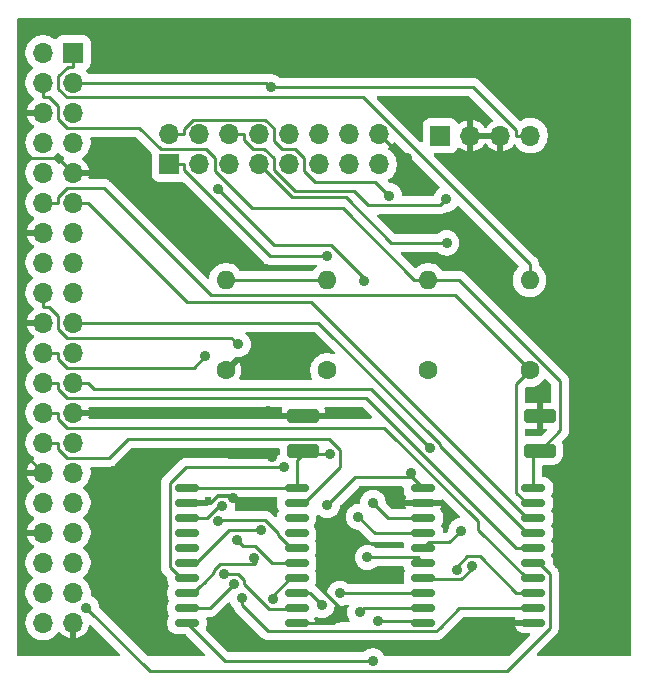
<source format=gbl>
G04 #@! TF.GenerationSoftware,KiCad,Pcbnew,9.0.0*
G04 #@! TF.CreationDate,2025-05-05T16:58:24-05:00*
G04 #@! TF.ProjectId,active3-rpi-hub75-adapter,61637469-7665-4332-9d72-70692d687562,rev?*
G04 #@! TF.SameCoordinates,Original*
G04 #@! TF.FileFunction,Copper,L2,Bot*
G04 #@! TF.FilePolarity,Positive*
%FSLAX46Y46*%
G04 Gerber Fmt 4.6, Leading zero omitted, Abs format (unit mm)*
G04 Created by KiCad (PCBNEW 9.0.0) date 2025-05-05 16:58:24*
%MOMM*%
%LPD*%
G01*
G04 APERTURE LIST*
G04 Aperture macros list*
%AMRoundRect*
0 Rectangle with rounded corners*
0 $1 Rounding radius*
0 $2 $3 $4 $5 $6 $7 $8 $9 X,Y pos of 4 corners*
0 Add a 4 corners polygon primitive as box body*
4,1,4,$2,$3,$4,$5,$6,$7,$8,$9,$2,$3,0*
0 Add four circle primitives for the rounded corners*
1,1,$1+$1,$2,$3*
1,1,$1+$1,$4,$5*
1,1,$1+$1,$6,$7*
1,1,$1+$1,$8,$9*
0 Add four rect primitives between the rounded corners*
20,1,$1+$1,$2,$3,$4,$5,0*
20,1,$1+$1,$4,$5,$6,$7,0*
20,1,$1+$1,$6,$7,$8,$9,0*
20,1,$1+$1,$8,$9,$2,$3,0*%
G04 Aperture macros list end*
G04 #@! TA.AperFunction,ComponentPad*
%ADD10R,1.700000X1.700000*%
G04 #@! TD*
G04 #@! TA.AperFunction,ComponentPad*
%ADD11O,1.700000X1.700000*%
G04 #@! TD*
G04 #@! TA.AperFunction,ComponentPad*
%ADD12C,1.600000*%
G04 #@! TD*
G04 #@! TA.AperFunction,ComponentPad*
%ADD13O,1.600000X1.600000*%
G04 #@! TD*
G04 #@! TA.AperFunction,SMDPad,CuDef*
%ADD14RoundRect,0.150000X0.875000X0.150000X-0.875000X0.150000X-0.875000X-0.150000X0.875000X-0.150000X0*%
G04 #@! TD*
G04 #@! TA.AperFunction,SMDPad,CuDef*
%ADD15RoundRect,0.250000X1.100000X-0.325000X1.100000X0.325000X-1.100000X0.325000X-1.100000X-0.325000X0*%
G04 #@! TD*
G04 #@! TA.AperFunction,ViaPad*
%ADD16C,0.889000*%
G04 #@! TD*
G04 #@! TA.AperFunction,Conductor*
%ADD17C,0.254000*%
G04 #@! TD*
G04 #@! TA.AperFunction,Conductor*
%ADD18C,0.304800*%
G04 #@! TD*
G04 APERTURE END LIST*
D10*
X129750000Y-65930000D03*
D11*
X127210000Y-65930000D03*
X129750000Y-68470000D03*
X127210000Y-68470000D03*
X129750000Y-71010000D03*
X127210000Y-71010000D03*
X129750000Y-73550000D03*
X127210000Y-73550000D03*
X129750000Y-76090000D03*
X127210000Y-76090000D03*
X129750000Y-78630000D03*
X127210000Y-78630000D03*
X129750000Y-81170000D03*
X127210000Y-81170000D03*
X129750000Y-83710000D03*
X127210000Y-83710000D03*
X129750000Y-86250000D03*
X127210000Y-86250000D03*
X129750000Y-88790000D03*
X127210000Y-88790000D03*
X129750000Y-91330000D03*
X127210000Y-91330000D03*
X129750000Y-93870000D03*
X127210000Y-93870000D03*
X129750000Y-96410000D03*
X127210000Y-96410000D03*
X129750000Y-98950000D03*
X127210000Y-98950000D03*
X129750000Y-101490000D03*
X127210000Y-101490000D03*
X129750000Y-104030000D03*
X127210000Y-104030000D03*
X129750000Y-106570000D03*
X127210000Y-106570000D03*
X129750000Y-109110000D03*
X127210000Y-109110000D03*
X129750000Y-111650000D03*
X127210000Y-111650000D03*
X129750000Y-114190000D03*
X127210000Y-114190000D03*
D12*
X159833300Y-92810000D03*
D13*
X159833300Y-85190000D03*
D14*
X168700000Y-102800000D03*
X168700000Y-104070000D03*
X168700000Y-105340000D03*
X168700000Y-106610000D03*
X168700000Y-107880000D03*
X168700000Y-109150000D03*
X168700000Y-110420000D03*
X168700000Y-111690000D03*
X168700000Y-112960000D03*
X168700000Y-114230000D03*
X159400000Y-114230000D03*
X159400000Y-112960000D03*
X159400000Y-111690000D03*
X159400000Y-110420000D03*
X159400000Y-109150000D03*
X159400000Y-107880000D03*
X159400000Y-106610000D03*
X159400000Y-105340000D03*
X159400000Y-104070000D03*
X159400000Y-102800000D03*
X148700000Y-102800000D03*
X148700000Y-104070000D03*
X148700000Y-105340000D03*
X148700000Y-106610000D03*
X148700000Y-107880000D03*
X148700000Y-109150000D03*
X148700000Y-110420000D03*
X148700000Y-111690000D03*
X148700000Y-112960000D03*
X148700000Y-114230000D03*
X139400000Y-114230000D03*
X139400000Y-112960000D03*
X139400000Y-111690000D03*
X139400000Y-110420000D03*
X139400000Y-109150000D03*
X139400000Y-107880000D03*
X139400000Y-106610000D03*
X139400000Y-105340000D03*
X139400000Y-104070000D03*
X139400000Y-102800000D03*
D12*
X142700000Y-92810000D03*
D13*
X142700000Y-85190000D03*
D15*
X169250000Y-99640000D03*
X169250000Y-96690000D03*
D10*
X137900000Y-75390000D03*
D11*
X137900000Y-72850000D03*
X140440000Y-75390000D03*
X140440000Y-72850000D03*
X142980000Y-75390000D03*
X142980000Y-72850000D03*
X145520000Y-75390000D03*
X145520000Y-72850000D03*
X148060000Y-75390000D03*
X148060000Y-72850000D03*
X150600000Y-75390000D03*
X150600000Y-72850000D03*
X153140000Y-75390000D03*
X153140000Y-72850000D03*
X155680000Y-75390000D03*
X155680000Y-72850000D03*
D12*
X168400000Y-92810000D03*
D13*
X168400000Y-85190000D03*
D10*
X160850000Y-72950000D03*
D11*
X163390000Y-72950000D03*
X165930000Y-72950000D03*
X168470000Y-72950000D03*
D15*
X149250000Y-99640000D03*
X149250000Y-96690000D03*
D12*
X151266700Y-92810000D03*
D13*
X151266700Y-85190000D03*
D16*
X158330300Y-101487100D03*
X151473600Y-99871200D03*
X151282900Y-104261700D03*
X169600000Y-94800000D03*
X146264633Y-96264633D03*
X146600000Y-100190100D03*
X143000000Y-96400000D03*
X150600000Y-106000000D03*
X158000000Y-71000000D03*
X152200000Y-113800000D03*
X173200000Y-95200000D03*
X135600000Y-96400000D03*
X143271574Y-103625500D03*
X142600000Y-99800000D03*
X134000000Y-66600000D03*
X158036067Y-74829342D03*
X152600000Y-116200000D03*
X135800000Y-100800000D03*
X147200000Y-92800000D03*
X142536800Y-110087700D03*
X162228000Y-109704400D03*
X159982000Y-99420800D03*
X144082300Y-112120300D03*
X130883200Y-112920000D03*
X142046100Y-105580600D03*
X140950400Y-91604900D03*
X143743500Y-90639200D03*
X143600000Y-107200000D03*
X150812200Y-112709800D03*
X146646600Y-112190500D03*
X154028900Y-113316800D03*
X151214300Y-83107300D03*
X155548300Y-114045400D03*
X156532700Y-78034000D03*
X152343200Y-111720300D03*
X154410000Y-85282000D03*
X154679800Y-108672300D03*
X141984600Y-77494300D03*
X163489800Y-109401500D03*
X161326800Y-78343200D03*
X162600000Y-106400000D03*
X161375300Y-82032300D03*
X145048033Y-108751967D03*
X143363100Y-110919700D03*
X147596200Y-101015600D03*
X145696600Y-106360300D03*
X153906300Y-105236900D03*
X155107800Y-117440600D03*
X155134700Y-104033800D03*
X146492400Y-68843700D03*
X142373700Y-104332800D03*
D17*
X151770000Y-114230000D02*
X152200000Y-113800000D01*
X148700000Y-114230000D02*
X151770000Y-114230000D01*
X125642000Y-74858000D02*
X125250000Y-75250000D01*
X128518000Y-74858000D02*
X125642000Y-74858000D01*
X129750000Y-76090000D02*
X128518000Y-74858000D01*
X125750000Y-100000000D02*
X125750000Y-100030000D01*
X127210000Y-101490000D02*
X125750000Y-100030000D01*
X129203900Y-72281500D02*
X128442700Y-71520300D01*
X158650600Y-85190000D02*
X152578800Y-79118200D01*
X149250000Y-99640000D02*
X149250000Y-99871200D01*
X128442700Y-70473000D02*
X127672400Y-69702700D01*
X148700000Y-102800000D02*
X148700000Y-100421200D01*
X152578800Y-79118200D02*
X144927200Y-79118200D01*
X159833300Y-85190000D02*
X158650600Y-85190000D01*
X128442700Y-71520300D02*
X128442700Y-70473000D01*
X148700000Y-102800000D02*
X139400000Y-102800000D01*
X144927200Y-79118200D02*
X141747300Y-75938300D01*
X148700000Y-100421200D02*
X149250000Y-99871200D01*
X168700000Y-100190000D02*
X169250000Y-99640000D01*
X153658400Y-101886200D02*
X158330300Y-101886200D01*
X170986400Y-93719900D02*
X162456500Y-85190000D01*
X149250000Y-99871200D02*
X151473600Y-99871200D01*
X137159600Y-74120100D02*
X135321000Y-72281500D01*
X169250000Y-99640000D02*
X170986400Y-97903600D01*
X127210000Y-68470000D02*
X127210000Y-69702700D01*
X158330300Y-101487100D02*
X158330300Y-101886200D01*
X168700000Y-102800000D02*
X168700000Y-100190000D01*
X141747300Y-74870200D02*
X140997200Y-74120100D01*
X127672400Y-69702700D02*
X127210000Y-69702700D01*
X162456500Y-85190000D02*
X159833300Y-85190000D01*
X141747300Y-75938300D02*
X141747300Y-74870200D01*
X158330300Y-101886200D02*
X158486200Y-101886200D01*
X135321000Y-72281500D02*
X129203900Y-72281500D01*
X158486200Y-101886200D02*
X159400000Y-102800000D01*
X140997200Y-74120100D02*
X137159600Y-74120100D01*
X170986400Y-97903600D02*
X170986400Y-93719900D01*
X151282900Y-104261700D02*
X153658400Y-101886200D01*
D18*
X142020831Y-103480900D02*
X143126974Y-103480900D01*
X135400000Y-96200000D02*
X135600000Y-96400000D01*
X152200000Y-113800000D02*
X152200000Y-112781869D01*
X169400000Y-94600000D02*
X169600000Y-94800000D01*
X146264633Y-96264633D02*
X145735367Y-96264633D01*
X146600000Y-100190100D02*
X142990100Y-100190100D01*
X169200000Y-94600000D02*
X169400000Y-94600000D01*
X152200000Y-112781869D02*
X151000000Y-111581869D01*
X147200000Y-92200000D02*
X147200000Y-92800000D01*
X135200000Y-96200000D02*
X135400000Y-96200000D01*
X145735367Y-96264633D02*
X145600000Y-96400000D01*
X151000000Y-111200000D02*
X151000000Y-110600000D01*
X151000000Y-111581869D02*
X151000000Y-111200000D01*
X139400000Y-104070000D02*
X141431731Y-104070000D01*
X152200000Y-113600000D02*
X152200000Y-113800000D01*
X158036067Y-74829342D02*
X157659342Y-74829342D01*
X157659342Y-74829342D02*
X155680000Y-72850000D01*
X141431731Y-104070000D02*
X142020831Y-103480900D01*
X142990100Y-100190100D02*
X142600000Y-99800000D01*
X143126974Y-103480900D02*
X143271574Y-103625500D01*
X151200000Y-106000000D02*
X150600000Y-106000000D01*
D17*
X148700000Y-112960000D02*
X148642300Y-113017700D01*
X144190300Y-110577000D02*
X143701000Y-110087700D01*
X144190300Y-110904000D02*
X144190300Y-110577000D01*
X148642300Y-113017700D02*
X146304000Y-113017700D01*
X143701000Y-110087700D02*
X142536800Y-110087700D01*
X146304000Y-113017700D02*
X144190300Y-110904000D01*
X154941900Y-94380700D02*
X131493400Y-94380700D01*
X167293200Y-111690000D02*
X164177400Y-108574200D01*
X131493400Y-94380700D02*
X130982700Y-93870000D01*
X163122400Y-108574200D02*
X162228000Y-109468600D01*
X162228000Y-109468600D02*
X162228000Y-109704400D01*
X164177400Y-108574200D02*
X163122400Y-108574200D01*
X159982000Y-99420800D02*
X154941900Y-94380700D01*
X168700000Y-111690000D02*
X167293200Y-111690000D01*
X129750000Y-93870000D02*
X130982700Y-93870000D01*
X160499518Y-114912000D02*
X160807000Y-114604518D01*
X144082300Y-112717700D02*
X146277900Y-114913300D01*
X160495900Y-114913300D02*
X160497200Y-114912000D01*
X160807000Y-114604518D02*
X160807000Y-114602200D01*
X162449200Y-112960000D02*
X168700000Y-112960000D01*
X146277900Y-114913300D02*
X160495900Y-114913300D01*
X144082300Y-112120300D02*
X144082300Y-112717700D01*
X160807000Y-114602200D02*
X162449200Y-112960000D01*
X160497200Y-114912000D02*
X160499518Y-114912000D01*
X129201900Y-77360000D02*
X132332000Y-77360000D01*
X127210000Y-78630000D02*
X128442700Y-78630000D01*
X168400000Y-92810000D02*
X167262000Y-93948000D01*
X132332000Y-77360000D02*
X141432600Y-86460600D01*
X141432600Y-86460600D02*
X162050600Y-86460600D01*
X128442700Y-78119200D02*
X129201900Y-77360000D01*
X162050600Y-86460600D02*
X168400000Y-92810000D01*
X168144500Y-104070000D02*
X168700000Y-104070000D01*
X167262000Y-103187500D02*
X168144500Y-104070000D01*
X128442700Y-78630000D02*
X128442700Y-78119200D01*
X167262000Y-93948000D02*
X167262000Y-103187500D01*
X156120100Y-97681500D02*
X129203400Y-97681500D01*
X129203400Y-97681500D02*
X128442700Y-96920800D01*
X128442700Y-96920800D02*
X128442700Y-96410000D01*
X127210000Y-96410000D02*
X128442700Y-96410000D01*
X168700000Y-110420000D02*
X168150200Y-110420000D01*
X168150200Y-110420000D02*
X164050000Y-106319800D01*
X164050000Y-105611400D02*
X156120100Y-97681500D01*
X164050000Y-106319800D02*
X164050000Y-105611400D01*
X154534100Y-95142700D02*
X167271400Y-107880000D01*
X128442700Y-93870000D02*
X128442700Y-94380800D01*
X128442700Y-94380800D02*
X129204600Y-95142700D01*
X129204600Y-95142700D02*
X154534100Y-95142700D01*
X127210000Y-93870000D02*
X128442700Y-93870000D01*
X167271400Y-107880000D02*
X168700000Y-107880000D01*
X168700000Y-109150000D02*
X169209300Y-109150000D01*
X166457300Y-118292300D02*
X136255500Y-118292300D01*
X136255500Y-118292300D02*
X130883200Y-112920000D01*
X169209300Y-109150000D02*
X170111000Y-110051700D01*
X170111000Y-110051700D02*
X170111000Y-114638600D01*
X170111000Y-114638600D02*
X166457300Y-118292300D01*
X147088600Y-106801000D02*
X147088600Y-106559500D01*
X147088600Y-106559500D02*
X146042500Y-105513400D01*
X129201900Y-92600000D02*
X128442700Y-91840800D01*
X148167600Y-107880000D02*
X147088600Y-106801000D01*
X140950400Y-91604900D02*
X139955300Y-92600000D01*
X142113300Y-105513400D02*
X142046100Y-105580600D01*
X139955300Y-92600000D02*
X129201900Y-92600000D01*
X146042500Y-105513400D02*
X142113300Y-105513400D01*
X127210000Y-91330000D02*
X128442700Y-91330000D01*
X148700000Y-107880000D02*
X148167600Y-107880000D01*
X128442700Y-91840800D02*
X128442700Y-91330000D01*
X145178600Y-107715100D02*
X146613500Y-109150000D01*
X127210000Y-87482700D02*
X127672400Y-87482700D01*
X127672400Y-87482700D02*
X128442700Y-88253000D01*
X144115100Y-107715100D02*
X145178600Y-107715100D01*
X146613500Y-109150000D02*
X148700000Y-109150000D01*
X127210000Y-86250000D02*
X127210000Y-87482700D01*
X128442700Y-89300300D02*
X129202400Y-90060000D01*
X143600000Y-107200000D02*
X144115100Y-107715100D01*
X143164300Y-90060000D02*
X143743500Y-90639200D01*
X128442700Y-88253000D02*
X128442700Y-89300300D01*
X129202400Y-90060000D02*
X143164300Y-90060000D01*
X160809200Y-99078100D02*
X150521100Y-88790000D01*
X150521100Y-88790000D02*
X129750000Y-88790000D01*
X160809200Y-99248800D02*
X160809200Y-99078100D01*
X168170400Y-106610000D02*
X160809200Y-99248800D01*
X168700000Y-106610000D02*
X168170400Y-106610000D01*
X129750000Y-78630000D02*
X130982700Y-78630000D01*
X168176000Y-105340000D02*
X149890900Y-87054900D01*
X149890900Y-87054900D02*
X139407600Y-87054900D01*
X168700000Y-105340000D02*
X168176000Y-105340000D01*
X139407600Y-87054900D02*
X130982700Y-78630000D01*
X149792400Y-111690000D02*
X150812200Y-112709800D01*
X148700000Y-111690000D02*
X149792400Y-111690000D01*
X146646600Y-111933400D02*
X146646600Y-112190500D01*
X148160000Y-110420000D02*
X146646600Y-111933400D01*
X148700000Y-110420000D02*
X148160000Y-110420000D01*
X146387700Y-83107300D02*
X151214300Y-83107300D01*
X154028900Y-113316800D02*
X154385700Y-112960000D01*
X139132700Y-75852300D02*
X146387700Y-83107300D01*
X154385700Y-112960000D02*
X159400000Y-112960000D01*
X139132700Y-75390000D02*
X139132700Y-75852300D01*
X137900000Y-75390000D02*
X139132700Y-75390000D01*
X159215400Y-114045400D02*
X159400000Y-114230000D01*
X148579800Y-74082700D02*
X149330000Y-74832900D01*
X139132700Y-72387600D02*
X139903000Y-71617300D01*
X155548300Y-114045400D02*
X159215400Y-114045400D01*
X146030600Y-71617300D02*
X146752700Y-72339400D01*
X139132700Y-72850000D02*
X139132700Y-72387600D01*
X147453700Y-74082700D02*
X148579800Y-74082700D01*
X139903000Y-71617300D02*
X146030600Y-71617300D01*
X146752700Y-73381700D02*
X147453700Y-74082700D01*
X137900000Y-72850000D02*
X139132700Y-72850000D01*
X150235100Y-76856100D02*
X155354800Y-76856100D01*
X146752700Y-72339400D02*
X146752700Y-73381700D01*
X155354800Y-76856100D02*
X156532700Y-78034000D01*
X149330000Y-74832900D02*
X149330000Y-75951000D01*
X149330000Y-75951000D02*
X150235100Y-76856100D01*
X152343200Y-111720300D02*
X159369700Y-111720300D01*
X159369700Y-111720300D02*
X159400000Y-111690000D01*
X146744200Y-82253900D02*
X151632600Y-82253900D01*
X154679800Y-108672300D02*
X158922300Y-108672300D01*
X151632600Y-82253900D02*
X154410000Y-85031300D01*
X154410000Y-85031300D02*
X154410000Y-85282000D01*
X158922300Y-108672300D02*
X159400000Y-109150000D01*
X141984600Y-77494300D02*
X146744200Y-82253900D01*
X146752700Y-74879400D02*
X145956000Y-74082700D01*
X162570700Y-110531600D02*
X163489800Y-109612500D01*
X142980000Y-72850000D02*
X144212700Y-72850000D01*
X144983000Y-74082700D02*
X144212700Y-73312400D01*
X146752700Y-75847200D02*
X146752700Y-74879400D01*
X159511600Y-110531600D02*
X162570700Y-110531600D01*
X153544000Y-77678100D02*
X148583600Y-77678100D01*
X154728700Y-78862800D02*
X153544000Y-77678100D01*
X148583600Y-77678100D02*
X146752700Y-75847200D01*
X145956000Y-74082700D02*
X144983000Y-74082700D01*
X160807200Y-78862800D02*
X154728700Y-78862800D01*
X161326800Y-78343200D02*
X160807200Y-78862800D01*
X163489800Y-109612500D02*
X163489800Y-109401500D01*
X159400000Y-110420000D02*
X159511600Y-110531600D01*
X144212700Y-73312400D02*
X144212700Y-72850000D01*
X162600000Y-106400000D02*
X161604200Y-107395800D01*
X148317800Y-78187800D02*
X152827600Y-78187800D01*
X159884200Y-107395800D02*
X159400000Y-107880000D01*
X145520000Y-75390000D02*
X148317800Y-78187800D01*
X156672100Y-82032300D02*
X161375300Y-82032300D01*
X152827600Y-78187800D02*
X156672100Y-82032300D01*
X161604200Y-107395800D02*
X159884200Y-107395800D01*
X145039100Y-109260500D02*
X142194200Y-109260500D01*
X140807000Y-110792200D02*
X140807000Y-110794518D01*
X140497200Y-111102000D02*
X139909200Y-111690000D01*
X140499518Y-111102000D02*
X140497200Y-111102000D01*
X141709600Y-109745100D02*
X141709600Y-109889600D01*
X145048033Y-108751967D02*
X145253233Y-108957167D01*
X139909200Y-111690000D02*
X139400000Y-111690000D01*
X145253233Y-109046367D02*
X145039100Y-109260500D01*
X140807000Y-110794518D02*
X140499518Y-111102000D01*
X142194200Y-109260500D02*
X141709600Y-109745100D01*
X141709600Y-109889600D02*
X140807000Y-110792200D01*
X145253233Y-108957167D02*
X145253233Y-109046367D01*
X143363100Y-110919700D02*
X141322800Y-112960000D01*
X141322800Y-112960000D02*
X139400000Y-112960000D01*
X138872400Y-110420000D02*
X137967900Y-109515500D01*
X139334700Y-101015600D02*
X147596200Y-101015600D01*
X137967900Y-109515500D02*
X137967900Y-102382400D01*
X139400000Y-110420000D02*
X138872400Y-110420000D01*
X137967900Y-102382400D02*
X139334700Y-101015600D01*
X140124300Y-109150000D02*
X142913900Y-106360400D01*
X142913900Y-106360400D02*
X145696600Y-106360400D01*
X139400000Y-109150000D02*
X140124300Y-109150000D01*
X145696600Y-106360400D02*
X145696600Y-106360300D01*
X155279400Y-106610000D02*
X159400000Y-106610000D01*
X153906300Y-105236900D02*
X155279400Y-106610000D01*
X142610600Y-117440600D02*
X155107800Y-117440600D01*
X139400000Y-114230000D02*
X142610600Y-117440600D01*
X159400000Y-105340000D02*
X156440900Y-105340000D01*
X156440900Y-105340000D02*
X155134700Y-104033800D01*
X146118700Y-68470000D02*
X129750000Y-68470000D01*
X167237300Y-72950000D02*
X167237300Y-72487700D01*
X146492400Y-68843700D02*
X146118700Y-68470000D01*
X151266700Y-85190000D02*
X142700000Y-85190000D01*
X167237300Y-72487700D02*
X163593300Y-68843700D01*
X163593300Y-68843700D02*
X146492400Y-68843700D01*
X168470000Y-72950000D02*
X167237300Y-72950000D01*
X142373700Y-104332800D02*
X142124200Y-104332800D01*
X142124200Y-104332800D02*
X141117000Y-105340000D01*
X141117000Y-105340000D02*
X139400000Y-105340000D01*
X134394700Y-98639500D02*
X132814200Y-100220000D01*
X128442700Y-99460800D02*
X128442700Y-98950000D01*
X132814200Y-100220000D02*
X129201900Y-100220000D01*
X151412100Y-98639500D02*
X134394700Y-98639500D01*
X127210000Y-98950000D02*
X128442700Y-98950000D01*
X129201900Y-100220000D02*
X128442700Y-99460800D01*
X152321300Y-101027500D02*
X152321300Y-99548700D01*
X148700000Y-104070000D02*
X149278800Y-104070000D01*
X152321300Y-99548700D02*
X151412100Y-98639500D01*
X149278800Y-104070000D02*
X152321300Y-101027500D01*
X129210500Y-69702700D02*
X128517300Y-69009500D01*
X154308300Y-69702700D02*
X129210500Y-69702700D01*
X129287600Y-67162700D02*
X129750000Y-67162700D01*
X128517300Y-67933000D02*
X129287600Y-67162700D01*
X168400000Y-83794400D02*
X154308300Y-69702700D01*
X129750000Y-65930000D02*
X129750000Y-67162700D01*
X128517300Y-69009500D02*
X128517300Y-67933000D01*
X168400000Y-85190000D02*
X168400000Y-83794400D01*
G04 #@! TA.AperFunction,Conductor*
G36*
X176943039Y-63019685D02*
G01*
X176988794Y-63072489D01*
X177000000Y-63124000D01*
X177000000Y-116876000D01*
X176980315Y-116943039D01*
X176927511Y-116988794D01*
X176876000Y-117000000D01*
X169127300Y-117000000D01*
X169060261Y-116980315D01*
X169014506Y-116927511D01*
X169004562Y-116858353D01*
X169033587Y-116794797D01*
X169039619Y-116788319D01*
X170703269Y-115124669D01*
X170703273Y-115124665D01*
X170786718Y-114999779D01*
X170844197Y-114861013D01*
X170850976Y-114826931D01*
X170873500Y-114713700D01*
X170873500Y-109976600D01*
X170873500Y-109976597D01*
X170844198Y-109829292D01*
X170844197Y-109829291D01*
X170844197Y-109829287D01*
X170786718Y-109690521D01*
X170786717Y-109690520D01*
X170786714Y-109690514D01*
X170703273Y-109565636D01*
X170670069Y-109532432D01*
X170597065Y-109459428D01*
X170396818Y-109259181D01*
X170363333Y-109197858D01*
X170360499Y-109171500D01*
X170360499Y-108955889D01*
X170360498Y-108955885D01*
X170352019Y-108880624D01*
X170345651Y-108824104D01*
X170287189Y-108657028D01*
X170287188Y-108657026D01*
X170287188Y-108657025D01*
X170239400Y-108580973D01*
X170220399Y-108513736D01*
X170239400Y-108449027D01*
X170258018Y-108419397D01*
X170287189Y-108372972D01*
X170345651Y-108205896D01*
X170345651Y-108205894D01*
X170345652Y-108205892D01*
X170360499Y-108074115D01*
X170360500Y-108074109D01*
X170360499Y-107685892D01*
X170345651Y-107554104D01*
X170287189Y-107387028D01*
X170287188Y-107387026D01*
X170287188Y-107387025D01*
X170239400Y-107310973D01*
X170220399Y-107243736D01*
X170239400Y-107179027D01*
X170287187Y-107102975D01*
X170287186Y-107102975D01*
X170287189Y-107102972D01*
X170345651Y-106935896D01*
X170345651Y-106935894D01*
X170345652Y-106935892D01*
X170360499Y-106804115D01*
X170360500Y-106804109D01*
X170360499Y-106415892D01*
X170345651Y-106284104D01*
X170287189Y-106117028D01*
X170287188Y-106117026D01*
X170287188Y-106117025D01*
X170239400Y-106040973D01*
X170220399Y-105973736D01*
X170239400Y-105909027D01*
X170287187Y-105832975D01*
X170287186Y-105832975D01*
X170287189Y-105832972D01*
X170345651Y-105665896D01*
X170345651Y-105665894D01*
X170345652Y-105665892D01*
X170359805Y-105540276D01*
X170360500Y-105534109D01*
X170360499Y-105145892D01*
X170345651Y-105014104D01*
X170287189Y-104847028D01*
X170287188Y-104847026D01*
X170287188Y-104847025D01*
X170239400Y-104770973D01*
X170220399Y-104703736D01*
X170239400Y-104639027D01*
X170287187Y-104562975D01*
X170287188Y-104562973D01*
X170287189Y-104562972D01*
X170345651Y-104395896D01*
X170345651Y-104395894D01*
X170345652Y-104395892D01*
X170355172Y-104311399D01*
X170360500Y-104264109D01*
X170360499Y-103875892D01*
X170345651Y-103744104D01*
X170287189Y-103577028D01*
X170287188Y-103577026D01*
X170287188Y-103577025D01*
X170239400Y-103500973D01*
X170220399Y-103433736D01*
X170239400Y-103369027D01*
X170287187Y-103292975D01*
X170287188Y-103292973D01*
X170287189Y-103292972D01*
X170345651Y-103125896D01*
X170345651Y-103125894D01*
X170345652Y-103125892D01*
X170354991Y-103043000D01*
X170360500Y-102994109D01*
X170360499Y-102605892D01*
X170345651Y-102474104D01*
X170287189Y-102307028D01*
X170277803Y-102292091D01*
X170247238Y-102243446D01*
X170193014Y-102157150D01*
X170067850Y-102031986D01*
X169944940Y-101954756D01*
X169917974Y-101937812D01*
X169917973Y-101937811D01*
X169917972Y-101937811D01*
X169862280Y-101918323D01*
X169750892Y-101879347D01*
X169619115Y-101864500D01*
X169619109Y-101864500D01*
X169586500Y-101864500D01*
X169519461Y-101844815D01*
X169473706Y-101792011D01*
X169462500Y-101740500D01*
X169462500Y-100974499D01*
X169482185Y-100907460D01*
X169534989Y-100861705D01*
X169586500Y-100850499D01*
X170411971Y-100850499D01*
X170411980Y-100850499D01*
X170489286Y-100844416D01*
X170669083Y-100796239D01*
X170794260Y-100732458D01*
X170834934Y-100711735D01*
X170834936Y-100711733D01*
X170979592Y-100594592D01*
X171096734Y-100449935D01*
X171181239Y-100284083D01*
X171229416Y-100104286D01*
X171235500Y-100026981D01*
X171235499Y-99253020D01*
X171229416Y-99175714D01*
X171181239Y-98995917D01*
X171151653Y-98937853D01*
X171138758Y-98869185D01*
X171165034Y-98804445D01*
X171174440Y-98793896D01*
X171578672Y-98389666D01*
X171662118Y-98264779D01*
X171719597Y-98126013D01*
X171727976Y-98083889D01*
X171748900Y-97978702D01*
X171748900Y-93644797D01*
X171719598Y-93497492D01*
X171719597Y-93497491D01*
X171719597Y-93497487D01*
X171662118Y-93358721D01*
X171662117Y-93358720D01*
X171662114Y-93358714D01*
X171578673Y-93233836D01*
X171527578Y-93182741D01*
X171472465Y-93127628D01*
X169364223Y-91019386D01*
X162942570Y-84597731D01*
X162942569Y-84597730D01*
X162923050Y-84584688D01*
X162817679Y-84514282D01*
X162770353Y-84494679D01*
X162678913Y-84456803D01*
X162678907Y-84456801D01*
X162531602Y-84427500D01*
X162531600Y-84427500D01*
X161116868Y-84427500D01*
X161049829Y-84407815D01*
X161016550Y-84376385D01*
X160974343Y-84318293D01*
X160928238Y-84254834D01*
X160768466Y-84095062D01*
X160585666Y-83962250D01*
X160562566Y-83950480D01*
X160384341Y-83859669D01*
X160384338Y-83859668D01*
X160169448Y-83789847D01*
X160034674Y-83768501D01*
X159946276Y-83754500D01*
X159720324Y-83754500D01*
X159645933Y-83766282D01*
X159497151Y-83789847D01*
X159282261Y-83859668D01*
X159282258Y-83859669D01*
X159080933Y-83962250D01*
X159042797Y-83989958D01*
X158898134Y-84095062D01*
X158898132Y-84095064D01*
X158898131Y-84095064D01*
X158853748Y-84139448D01*
X158792425Y-84172933D01*
X158722733Y-84167949D01*
X158678386Y-84139448D01*
X157545419Y-83006481D01*
X157511934Y-82945158D01*
X157516918Y-82875466D01*
X157558790Y-82819533D01*
X157624254Y-82795116D01*
X157633100Y-82794800D01*
X160559087Y-82794800D01*
X160626126Y-82814485D01*
X160646768Y-82831119D01*
X160671727Y-82856078D01*
X160809256Y-82955999D01*
X160883546Y-82993851D01*
X160960723Y-83033176D01*
X160960726Y-83033177D01*
X161041561Y-83059441D01*
X161122399Y-83085707D01*
X161200161Y-83098023D01*
X161290297Y-83112300D01*
X161290302Y-83112300D01*
X161460303Y-83112300D01*
X161541698Y-83099407D01*
X161628201Y-83085707D01*
X161789876Y-83033176D01*
X161941344Y-82955999D01*
X162078873Y-82856078D01*
X162199078Y-82735873D01*
X162298999Y-82598344D01*
X162376176Y-82446876D01*
X162428707Y-82285201D01*
X162452063Y-82137738D01*
X162455300Y-82117303D01*
X162455300Y-81947296D01*
X162439829Y-81849621D01*
X162428707Y-81779399D01*
X162376176Y-81617724D01*
X162376176Y-81617723D01*
X162326741Y-81520702D01*
X162298999Y-81466256D01*
X162199078Y-81328727D01*
X162078873Y-81208522D01*
X161941344Y-81108601D01*
X161932656Y-81104174D01*
X161789876Y-81031423D01*
X161789873Y-81031422D01*
X161628202Y-80978893D01*
X161460303Y-80952300D01*
X161460298Y-80952300D01*
X161290302Y-80952300D01*
X161290297Y-80952300D01*
X161122397Y-80978893D01*
X160960726Y-81031422D01*
X160960723Y-81031423D01*
X160809255Y-81108601D01*
X160730789Y-81165610D01*
X160671727Y-81208522D01*
X160671725Y-81208524D01*
X160671724Y-81208524D01*
X160646768Y-81233481D01*
X160585445Y-81266966D01*
X160559087Y-81269800D01*
X157039300Y-81269800D01*
X156972261Y-81250115D01*
X156951619Y-81233481D01*
X155555119Y-79836981D01*
X155521634Y-79775658D01*
X155526618Y-79705966D01*
X155568490Y-79650033D01*
X155633954Y-79625616D01*
X155642800Y-79625300D01*
X160882302Y-79625300D01*
X160993271Y-79603226D01*
X161029613Y-79595997D01*
X161168379Y-79538518D01*
X161231846Y-79496111D01*
X161293265Y-79455073D01*
X161296956Y-79451381D01*
X161306272Y-79444984D01*
X161334647Y-79435700D01*
X161362125Y-79424033D01*
X161372075Y-79423455D01*
X161372678Y-79423258D01*
X161373186Y-79423390D01*
X161376471Y-79423200D01*
X161411803Y-79423200D01*
X161499705Y-79409277D01*
X161579701Y-79396607D01*
X161741376Y-79344076D01*
X161892844Y-79266899D01*
X162030373Y-79166978D01*
X162150578Y-79046773D01*
X162243436Y-78918965D01*
X162298765Y-78876301D01*
X162368379Y-78870322D01*
X162430173Y-78902928D01*
X162431434Y-78904171D01*
X167455898Y-83928635D01*
X167489383Y-83989958D01*
X167484399Y-84059650D01*
X167455899Y-84103997D01*
X167305061Y-84254835D01*
X167172250Y-84437633D01*
X167069669Y-84638958D01*
X167069668Y-84638961D01*
X166999847Y-84853851D01*
X166986992Y-84935013D01*
X166964500Y-85077024D01*
X166964500Y-85302976D01*
X166974640Y-85366998D01*
X166999847Y-85526148D01*
X167069668Y-85741038D01*
X167069669Y-85741041D01*
X167151756Y-85902145D01*
X167172250Y-85942366D01*
X167305062Y-86125166D01*
X167464834Y-86284938D01*
X167647634Y-86417750D01*
X167746378Y-86468062D01*
X167848958Y-86520330D01*
X167848961Y-86520331D01*
X167956406Y-86555241D01*
X168063853Y-86590153D01*
X168287024Y-86625500D01*
X168287025Y-86625500D01*
X168512975Y-86625500D01*
X168512976Y-86625500D01*
X168736147Y-86590153D01*
X168951041Y-86520330D01*
X169152366Y-86417750D01*
X169335166Y-86284938D01*
X169494938Y-86125166D01*
X169627750Y-85942366D01*
X169730330Y-85741041D01*
X169800153Y-85526147D01*
X169835500Y-85302976D01*
X169835500Y-85077024D01*
X169800153Y-84853853D01*
X169755348Y-84715956D01*
X169730331Y-84638961D01*
X169730330Y-84638958D01*
X169666804Y-84514282D01*
X169627750Y-84437634D01*
X169494938Y-84254834D01*
X169335166Y-84095062D01*
X169329426Y-84090891D01*
X169213614Y-84006747D01*
X169170948Y-83951417D01*
X169162500Y-83906430D01*
X169162500Y-83719297D01*
X169133198Y-83571992D01*
X169133197Y-83571991D01*
X169133197Y-83571987D01*
X169075718Y-83433221D01*
X169075717Y-83433220D01*
X169075714Y-83433214D01*
X168992273Y-83308336D01*
X168992272Y-83308335D01*
X168886065Y-83202128D01*
X164661788Y-78977851D01*
X160331118Y-74647180D01*
X160297633Y-74585857D01*
X160302617Y-74516165D01*
X160344489Y-74460232D01*
X160409953Y-74435815D01*
X160418799Y-74435499D01*
X161764168Y-74435499D01*
X161764180Y-74435499D01*
X161800204Y-74432665D01*
X161954393Y-74387869D01*
X162092598Y-74306135D01*
X162206135Y-74192598D01*
X162287869Y-74054393D01*
X162296309Y-74025340D01*
X162333913Y-73966456D01*
X162397384Y-73937249D01*
X162466571Y-73946993D01*
X162503066Y-73972254D01*
X162510535Y-73979723D01*
X162510540Y-73979727D01*
X162682442Y-74104620D01*
X162871782Y-74201095D01*
X163073871Y-74266757D01*
X163140000Y-74277231D01*
X163140000Y-73383012D01*
X163197007Y-73415925D01*
X163324174Y-73450000D01*
X163455826Y-73450000D01*
X163582993Y-73415925D01*
X163640000Y-73383012D01*
X163640000Y-74277230D01*
X163706126Y-74266757D01*
X163706129Y-74266757D01*
X163908217Y-74201095D01*
X164097557Y-74104620D01*
X164269459Y-73979727D01*
X164269464Y-73979723D01*
X164419723Y-73829464D01*
X164419727Y-73829459D01*
X164544620Y-73657558D01*
X164549514Y-73647954D01*
X164597488Y-73597157D01*
X164665308Y-73580361D01*
X164731444Y-73602897D01*
X164770486Y-73647954D01*
X164775379Y-73657558D01*
X164900272Y-73829459D01*
X164900276Y-73829464D01*
X165050535Y-73979723D01*
X165050540Y-73979727D01*
X165222442Y-74104620D01*
X165411782Y-74201095D01*
X165613871Y-74266757D01*
X165680000Y-74277231D01*
X165680000Y-73383012D01*
X165737007Y-73415925D01*
X165864174Y-73450000D01*
X165995826Y-73450000D01*
X166122993Y-73415925D01*
X166180000Y-73383012D01*
X166180000Y-74277230D01*
X166246126Y-74266757D01*
X166246129Y-74266757D01*
X166448217Y-74201095D01*
X166637557Y-74104620D01*
X166809459Y-73979727D01*
X166809464Y-73979723D01*
X166959725Y-73829462D01*
X167012881Y-73756298D01*
X167026827Y-73745543D01*
X167037127Y-73731259D01*
X167053918Y-73724651D01*
X167068210Y-73713631D01*
X167085861Y-73712082D01*
X167102144Y-73705676D01*
X167137385Y-73707563D01*
X167144533Y-73708985D01*
X167206444Y-73741368D01*
X167220660Y-73757713D01*
X167272786Y-73829459D01*
X167336924Y-73917738D01*
X167502263Y-74083077D01*
X167502268Y-74083081D01*
X167625647Y-74172720D01*
X167691429Y-74220513D01*
X167899766Y-74326666D01*
X168122145Y-74398922D01*
X168353089Y-74435500D01*
X168353090Y-74435500D01*
X168586910Y-74435500D01*
X168586911Y-74435500D01*
X168817855Y-74398922D01*
X169040234Y-74326666D01*
X169248571Y-74220513D01*
X169437738Y-74083076D01*
X169603076Y-73917738D01*
X169740513Y-73728571D01*
X169846666Y-73520234D01*
X169918922Y-73297855D01*
X169955500Y-73066911D01*
X169955500Y-72833089D01*
X169918922Y-72602145D01*
X169846666Y-72379766D01*
X169740513Y-72171429D01*
X169722953Y-72147260D01*
X169603081Y-71982268D01*
X169603077Y-71982263D01*
X169437736Y-71816922D01*
X169437731Y-71816918D01*
X169248574Y-71679489D01*
X169248573Y-71679488D01*
X169248571Y-71679487D01*
X169040234Y-71573334D01*
X168817855Y-71501078D01*
X168817853Y-71501077D01*
X168817852Y-71501077D01*
X168604810Y-71467335D01*
X168586911Y-71464500D01*
X168353089Y-71464500D01*
X168335190Y-71467335D01*
X168122148Y-71501077D01*
X167899763Y-71573335D01*
X167691430Y-71679486D01*
X167691427Y-71679488D01*
X167670528Y-71694671D01*
X167604721Y-71718147D01*
X167536668Y-71702319D01*
X167509967Y-71682030D01*
X164079370Y-68251431D01*
X164079369Y-68251430D01*
X164079365Y-68251427D01*
X163954479Y-68167982D01*
X163815713Y-68110503D01*
X163815709Y-68110502D01*
X163811485Y-68109662D01*
X163807260Y-68108821D01*
X163807257Y-68108820D01*
X163807257Y-68108821D01*
X163668402Y-68081200D01*
X163668400Y-68081200D01*
X147308613Y-68081200D01*
X147241574Y-68061515D01*
X147220932Y-68044881D01*
X147195975Y-68019924D01*
X147195973Y-68019922D01*
X147058444Y-67920001D01*
X147018725Y-67899763D01*
X146906976Y-67842823D01*
X146906973Y-67842822D01*
X146745302Y-67790293D01*
X146577403Y-67763700D01*
X146577398Y-67763700D01*
X146430713Y-67763700D01*
X146383260Y-67754261D01*
X146341113Y-67736803D01*
X146341107Y-67736801D01*
X146193802Y-67707500D01*
X146193800Y-67707500D01*
X131095371Y-67707500D01*
X131090121Y-67705958D01*
X131084759Y-67707045D01*
X131056951Y-67696218D01*
X131028332Y-67687815D01*
X131023398Y-67683155D01*
X131019650Y-67681696D01*
X130995053Y-67656385D01*
X130886259Y-67506642D01*
X130862779Y-67440836D01*
X130878605Y-67372782D01*
X130923457Y-67327025D01*
X130992592Y-67286139D01*
X130992593Y-67286137D01*
X130992598Y-67286135D01*
X131106135Y-67172598D01*
X131187869Y-67034393D01*
X131227571Y-66897738D01*
X131232664Y-66880208D01*
X131232665Y-66880202D01*
X131235499Y-66844188D01*
X131235500Y-66844181D01*
X131235499Y-65015820D01*
X131232665Y-64979796D01*
X131187869Y-64825607D01*
X131106135Y-64687402D01*
X131106133Y-64687400D01*
X131106130Y-64687396D01*
X130992603Y-64573869D01*
X130992595Y-64573863D01*
X130854393Y-64492131D01*
X130854388Y-64492129D01*
X130700208Y-64447335D01*
X130700202Y-64447334D01*
X130664181Y-64444500D01*
X128835831Y-64444500D01*
X128835806Y-64444501D01*
X128799795Y-64447335D01*
X128645611Y-64492129D01*
X128645606Y-64492131D01*
X128507404Y-64573863D01*
X128507396Y-64573869D01*
X128393869Y-64687396D01*
X128393860Y-64687407D01*
X128352973Y-64756544D01*
X128301904Y-64804227D01*
X128233162Y-64816730D01*
X128173357Y-64793740D01*
X127988574Y-64659489D01*
X127988573Y-64659488D01*
X127988571Y-64659487D01*
X127780234Y-64553334D01*
X127557855Y-64481078D01*
X127557853Y-64481077D01*
X127557852Y-64481077D01*
X127344810Y-64447335D01*
X127326911Y-64444500D01*
X127093089Y-64444500D01*
X127075190Y-64447335D01*
X126862148Y-64481077D01*
X126639763Y-64553335D01*
X126431425Y-64659489D01*
X126242268Y-64796918D01*
X126242263Y-64796922D01*
X126076922Y-64962263D01*
X126076918Y-64962268D01*
X125939489Y-65151425D01*
X125833335Y-65359763D01*
X125761077Y-65582148D01*
X125724500Y-65813089D01*
X125724500Y-66046910D01*
X125761077Y-66277851D01*
X125833335Y-66500236D01*
X125939489Y-66708574D01*
X126076918Y-66897731D01*
X126076922Y-66897736D01*
X126076924Y-66897738D01*
X126242262Y-67063076D01*
X126292646Y-67099682D01*
X126335311Y-67155013D01*
X126341290Y-67224626D01*
X126308684Y-67286421D01*
X126292646Y-67300318D01*
X126242260Y-67336925D01*
X126076922Y-67502263D01*
X126076918Y-67502268D01*
X125939489Y-67691425D01*
X125833335Y-67899763D01*
X125761077Y-68122148D01*
X125724500Y-68353089D01*
X125724500Y-68586910D01*
X125761077Y-68817851D01*
X125833335Y-69040236D01*
X125939489Y-69248574D01*
X126076918Y-69437731D01*
X126076922Y-69437736D01*
X126076924Y-69437738D01*
X126242262Y-69603076D01*
X126402282Y-69719336D01*
X126419588Y-69741779D01*
X126439266Y-69762170D01*
X126442602Y-69771625D01*
X126444946Y-69774664D01*
X126451011Y-69795452D01*
X126452433Y-69802598D01*
X126446210Y-69872190D01*
X126403703Y-69927116D01*
X126330540Y-69980273D01*
X126330531Y-69980280D01*
X126180276Y-70130535D01*
X126180272Y-70130540D01*
X126055379Y-70302442D01*
X125958904Y-70491782D01*
X125893242Y-70693870D01*
X125893242Y-70693873D01*
X125882769Y-70760000D01*
X126776988Y-70760000D01*
X126744075Y-70817007D01*
X126710000Y-70944174D01*
X126710000Y-71075826D01*
X126744075Y-71202993D01*
X126776988Y-71260000D01*
X125882769Y-71260000D01*
X125893242Y-71326126D01*
X125893242Y-71326129D01*
X125958904Y-71528217D01*
X126055379Y-71717557D01*
X126180272Y-71889459D01*
X126180276Y-71889464D01*
X126330539Y-72039727D01*
X126407908Y-72095938D01*
X126450574Y-72151267D01*
X126456553Y-72220881D01*
X126423948Y-72282676D01*
X126407908Y-72296574D01*
X126242268Y-72416918D01*
X126242263Y-72416922D01*
X126076922Y-72582263D01*
X126076918Y-72582268D01*
X125939489Y-72771425D01*
X125833335Y-72979763D01*
X125761077Y-73202148D01*
X125726536Y-73420234D01*
X125724500Y-73433089D01*
X125724500Y-73666911D01*
X125730032Y-73701841D01*
X125758206Y-73879727D01*
X125761078Y-73897855D01*
X125833334Y-74120234D01*
X125938516Y-74326666D01*
X125939489Y-74328574D01*
X126076918Y-74517731D01*
X126076922Y-74517736D01*
X126076924Y-74517738D01*
X126242262Y-74683076D01*
X126292645Y-74719681D01*
X126292646Y-74719682D01*
X126335311Y-74775013D01*
X126341290Y-74844626D01*
X126308684Y-74906421D01*
X126292646Y-74920318D01*
X126242260Y-74956925D01*
X126076922Y-75122263D01*
X126076918Y-75122268D01*
X125939489Y-75311425D01*
X125833335Y-75519763D01*
X125761077Y-75742148D01*
X125724500Y-75973089D01*
X125724500Y-76206910D01*
X125748387Y-76357731D01*
X125761078Y-76437855D01*
X125833334Y-76660234D01*
X125932395Y-76854653D01*
X125939489Y-76868574D01*
X126076918Y-77057731D01*
X126076922Y-77057736D01*
X126076924Y-77057738D01*
X126242262Y-77223076D01*
X126263581Y-77238565D01*
X126292646Y-77259682D01*
X126335311Y-77315013D01*
X126341290Y-77384626D01*
X126308684Y-77446421D01*
X126292646Y-77460318D01*
X126242260Y-77496925D01*
X126076922Y-77662263D01*
X126076918Y-77662268D01*
X125939489Y-77851425D01*
X125833335Y-78059763D01*
X125761077Y-78282148D01*
X125724500Y-78513089D01*
X125724500Y-78746910D01*
X125749407Y-78904171D01*
X125761078Y-78977855D01*
X125822528Y-79166978D01*
X125833335Y-79200236D01*
X125939489Y-79408574D01*
X126076918Y-79597731D01*
X126076922Y-79597736D01*
X126242263Y-79763077D01*
X126242268Y-79763081D01*
X126407908Y-79883425D01*
X126450574Y-79938754D01*
X126456553Y-80008368D01*
X126423948Y-80070163D01*
X126407909Y-80084061D01*
X126330535Y-80140276D01*
X126180276Y-80290535D01*
X126180272Y-80290540D01*
X126055379Y-80462442D01*
X125958904Y-80651782D01*
X125893242Y-80853870D01*
X125893242Y-80853873D01*
X125882769Y-80920000D01*
X126776988Y-80920000D01*
X126744075Y-80977007D01*
X126710000Y-81104174D01*
X126710000Y-81235826D01*
X126744075Y-81362993D01*
X126776988Y-81420000D01*
X125882769Y-81420000D01*
X125893242Y-81486126D01*
X125893242Y-81486129D01*
X125958904Y-81688217D01*
X126055379Y-81877557D01*
X126180272Y-82049459D01*
X126180276Y-82049464D01*
X126330539Y-82199727D01*
X126407908Y-82255938D01*
X126450574Y-82311267D01*
X126456553Y-82380881D01*
X126423948Y-82442676D01*
X126407908Y-82456574D01*
X126242268Y-82576918D01*
X126242263Y-82576922D01*
X126076922Y-82742263D01*
X126076918Y-82742268D01*
X125939489Y-82931425D01*
X125833335Y-83139763D01*
X125761077Y-83362148D01*
X125724500Y-83593089D01*
X125724500Y-83826910D01*
X125753727Y-84011447D01*
X125761078Y-84057855D01*
X125833334Y-84280234D01*
X125924024Y-84458224D01*
X125939489Y-84488574D01*
X126076918Y-84677731D01*
X126076922Y-84677736D01*
X126076924Y-84677738D01*
X126242262Y-84843076D01*
X126275777Y-84867426D01*
X126292646Y-84879682D01*
X126335311Y-84935013D01*
X126341290Y-85004626D01*
X126308684Y-85066421D01*
X126292646Y-85080318D01*
X126242260Y-85116925D01*
X126076922Y-85282263D01*
X126076918Y-85282268D01*
X125939489Y-85471425D01*
X125833335Y-85679763D01*
X125761077Y-85902148D01*
X125725755Y-86125166D01*
X125724500Y-86133089D01*
X125724500Y-86366911D01*
X125761078Y-86597855D01*
X125770060Y-86625500D01*
X125833335Y-86820236D01*
X125939489Y-87028574D01*
X126076918Y-87217731D01*
X126076922Y-87217736D01*
X126076924Y-87217738D01*
X126242262Y-87383076D01*
X126402282Y-87499336D01*
X126419588Y-87521779D01*
X126439266Y-87542170D01*
X126442602Y-87551625D01*
X126444946Y-87554664D01*
X126451011Y-87575452D01*
X126452433Y-87582598D01*
X126446210Y-87652190D01*
X126403703Y-87707116D01*
X126330540Y-87760273D01*
X126330531Y-87760280D01*
X126180276Y-87910535D01*
X126180272Y-87910540D01*
X126055379Y-88082442D01*
X125958904Y-88271782D01*
X125893242Y-88473870D01*
X125893242Y-88473873D01*
X125882769Y-88540000D01*
X126776988Y-88540000D01*
X126744075Y-88597007D01*
X126710000Y-88724174D01*
X126710000Y-88855826D01*
X126744075Y-88982993D01*
X126776988Y-89040000D01*
X125882769Y-89040000D01*
X125893242Y-89106126D01*
X125893242Y-89106129D01*
X125958904Y-89308217D01*
X126055379Y-89497557D01*
X126180272Y-89669459D01*
X126180276Y-89669464D01*
X126330539Y-89819727D01*
X126407908Y-89875938D01*
X126450574Y-89931267D01*
X126456553Y-90000881D01*
X126423948Y-90062676D01*
X126407908Y-90076574D01*
X126242268Y-90196918D01*
X126242263Y-90196922D01*
X126076922Y-90362263D01*
X126076918Y-90362268D01*
X125939489Y-90551425D01*
X125833335Y-90759763D01*
X125761077Y-90982148D01*
X125728106Y-91190323D01*
X125724500Y-91213089D01*
X125724500Y-91446911D01*
X125729310Y-91477278D01*
X125755538Y-91642881D01*
X125761078Y-91677855D01*
X125833334Y-91900234D01*
X125927006Y-92084076D01*
X125939489Y-92108574D01*
X126076918Y-92297731D01*
X126076922Y-92297736D01*
X126076924Y-92297738D01*
X126242262Y-92463076D01*
X126274124Y-92486225D01*
X126292646Y-92499682D01*
X126335311Y-92555013D01*
X126341290Y-92624626D01*
X126308684Y-92686421D01*
X126292646Y-92700318D01*
X126242260Y-92736925D01*
X126076922Y-92902263D01*
X126076918Y-92902268D01*
X125939489Y-93091425D01*
X125833335Y-93299763D01*
X125761077Y-93522148D01*
X125725755Y-93745166D01*
X125724500Y-93753089D01*
X125724500Y-93986911D01*
X125761078Y-94217855D01*
X125781941Y-94282065D01*
X125833335Y-94440236D01*
X125939489Y-94648574D01*
X126076918Y-94837731D01*
X126076922Y-94837736D01*
X126076924Y-94837738D01*
X126242262Y-95003076D01*
X126292646Y-95039682D01*
X126335311Y-95095013D01*
X126341290Y-95164626D01*
X126308684Y-95226421D01*
X126292646Y-95240318D01*
X126242260Y-95276925D01*
X126076922Y-95442263D01*
X126076918Y-95442268D01*
X125939489Y-95631425D01*
X125833335Y-95839763D01*
X125761077Y-96062148D01*
X125724500Y-96293089D01*
X125724500Y-96526910D01*
X125756052Y-96726126D01*
X125761078Y-96757855D01*
X125810513Y-96910000D01*
X125833335Y-96980236D01*
X125939489Y-97188574D01*
X126076918Y-97377731D01*
X126076922Y-97377736D01*
X126076924Y-97377738D01*
X126242262Y-97543076D01*
X126292646Y-97579682D01*
X126335311Y-97635013D01*
X126341290Y-97704626D01*
X126308684Y-97766421D01*
X126292646Y-97780318D01*
X126242260Y-97816925D01*
X126076922Y-97982263D01*
X126076918Y-97982268D01*
X125939489Y-98171425D01*
X125833335Y-98379763D01*
X125761077Y-98602148D01*
X125729037Y-98804445D01*
X125724500Y-98833089D01*
X125724500Y-99066911D01*
X125761078Y-99297855D01*
X125818470Y-99474489D01*
X125833335Y-99520236D01*
X125939489Y-99728574D01*
X126076918Y-99917731D01*
X126076922Y-99917736D01*
X126242263Y-100083077D01*
X126242268Y-100083081D01*
X126407908Y-100203425D01*
X126450574Y-100258754D01*
X126456553Y-100328368D01*
X126423948Y-100390163D01*
X126407909Y-100404061D01*
X126330535Y-100460276D01*
X126180276Y-100610535D01*
X126180272Y-100610540D01*
X126055379Y-100782442D01*
X125958904Y-100971782D01*
X125893242Y-101173870D01*
X125893242Y-101173873D01*
X125882769Y-101240000D01*
X126776988Y-101240000D01*
X126744075Y-101297007D01*
X126710000Y-101424174D01*
X126710000Y-101555826D01*
X126744075Y-101682993D01*
X126776988Y-101740000D01*
X125882769Y-101740000D01*
X125893242Y-101806126D01*
X125893242Y-101806129D01*
X125958904Y-102008217D01*
X126055379Y-102197557D01*
X126180272Y-102369459D01*
X126180276Y-102369464D01*
X126330539Y-102519727D01*
X126407908Y-102575938D01*
X126450574Y-102631267D01*
X126456553Y-102700881D01*
X126423948Y-102762676D01*
X126407908Y-102776574D01*
X126242268Y-102896918D01*
X126242263Y-102896922D01*
X126076922Y-103062263D01*
X126076918Y-103062268D01*
X125939489Y-103251425D01*
X125833335Y-103459763D01*
X125761077Y-103682148D01*
X125724500Y-103913089D01*
X125724500Y-104146910D01*
X125753997Y-104333152D01*
X125761078Y-104377855D01*
X125825947Y-104577500D01*
X125833335Y-104600236D01*
X125939489Y-104808574D01*
X126076918Y-104997731D01*
X126076922Y-104997736D01*
X126242263Y-105163077D01*
X126242268Y-105163081D01*
X126407908Y-105283425D01*
X126450574Y-105338754D01*
X126456553Y-105408368D01*
X126423948Y-105470163D01*
X126407909Y-105484061D01*
X126330535Y-105540276D01*
X126180276Y-105690535D01*
X126180272Y-105690540D01*
X126055379Y-105862442D01*
X125958904Y-106051782D01*
X125893242Y-106253870D01*
X125893242Y-106253873D01*
X125882769Y-106320000D01*
X126776988Y-106320000D01*
X126744075Y-106377007D01*
X126710000Y-106504174D01*
X126710000Y-106635826D01*
X126744075Y-106762993D01*
X126776988Y-106820000D01*
X125882769Y-106820000D01*
X125893242Y-106886126D01*
X125893242Y-106886129D01*
X125958904Y-107088217D01*
X126055379Y-107277557D01*
X126180272Y-107449459D01*
X126180276Y-107449464D01*
X126330539Y-107599727D01*
X126407908Y-107655938D01*
X126450574Y-107711267D01*
X126456553Y-107780881D01*
X126423948Y-107842676D01*
X126407908Y-107856574D01*
X126242268Y-107976918D01*
X126242263Y-107976922D01*
X126076922Y-108142263D01*
X126076918Y-108142268D01*
X125939489Y-108331425D01*
X125833335Y-108539763D01*
X125761077Y-108762148D01*
X125724500Y-108993089D01*
X125724500Y-109226910D01*
X125759745Y-109449442D01*
X125761078Y-109457855D01*
X125833334Y-109680234D01*
X125936749Y-109883198D01*
X125939489Y-109888574D01*
X126076918Y-110077731D01*
X126076922Y-110077736D01*
X126076924Y-110077738D01*
X126242262Y-110243076D01*
X126292645Y-110279681D01*
X126292646Y-110279682D01*
X126335311Y-110335013D01*
X126341290Y-110404626D01*
X126308684Y-110466421D01*
X126292646Y-110480318D01*
X126242260Y-110516925D01*
X126076922Y-110682263D01*
X126076918Y-110682268D01*
X125939489Y-110871425D01*
X125833335Y-111079763D01*
X125761077Y-111302148D01*
X125724500Y-111533089D01*
X125724500Y-111766910D01*
X125759171Y-111985819D01*
X125761078Y-111997855D01*
X125833334Y-112220234D01*
X125908487Y-112367731D01*
X125939489Y-112428574D01*
X126076918Y-112617731D01*
X126076922Y-112617736D01*
X126076924Y-112617738D01*
X126242262Y-112783076D01*
X126265969Y-112800300D01*
X126292646Y-112819682D01*
X126335311Y-112875013D01*
X126341290Y-112944626D01*
X126308684Y-113006421D01*
X126292646Y-113020318D01*
X126242260Y-113056925D01*
X126076922Y-113222263D01*
X126076918Y-113222268D01*
X125939489Y-113411425D01*
X125833335Y-113619763D01*
X125761077Y-113842148D01*
X125730392Y-114035889D01*
X125724500Y-114073089D01*
X125724500Y-114306911D01*
X125735537Y-114376601D01*
X125751914Y-114480000D01*
X125761078Y-114537855D01*
X125833334Y-114760234D01*
X125926685Y-114943446D01*
X125939489Y-114968574D01*
X126076918Y-115157731D01*
X126076922Y-115157736D01*
X126242263Y-115323077D01*
X126242268Y-115323081D01*
X126347265Y-115399365D01*
X126431429Y-115460513D01*
X126639766Y-115566666D01*
X126862145Y-115638922D01*
X127093089Y-115675500D01*
X127093090Y-115675500D01*
X127326910Y-115675500D01*
X127326911Y-115675500D01*
X127557855Y-115638922D01*
X127780234Y-115566666D01*
X127988571Y-115460513D01*
X128177738Y-115323076D01*
X128343076Y-115157738D01*
X128463425Y-114992089D01*
X128518754Y-114949425D01*
X128588367Y-114943446D01*
X128650163Y-114976051D01*
X128664061Y-114992091D01*
X128720272Y-115069459D01*
X128720276Y-115069464D01*
X128870535Y-115219723D01*
X128870540Y-115219727D01*
X129042442Y-115344620D01*
X129231782Y-115441095D01*
X129433871Y-115506757D01*
X129500000Y-115517231D01*
X129500000Y-114623012D01*
X129557007Y-114655925D01*
X129684174Y-114690000D01*
X129815826Y-114690000D01*
X129942993Y-114655925D01*
X130000000Y-114623012D01*
X130000000Y-115517230D01*
X130066126Y-115506757D01*
X130066129Y-115506757D01*
X130268217Y-115441095D01*
X130457557Y-115344620D01*
X130629459Y-115219727D01*
X130629464Y-115219723D01*
X130779723Y-115069464D01*
X130779727Y-115069459D01*
X130904620Y-114897557D01*
X131001095Y-114708217D01*
X131066755Y-114506134D01*
X131073018Y-114466595D01*
X131102947Y-114403460D01*
X131162259Y-114366528D01*
X131232121Y-114367526D01*
X131283173Y-114398311D01*
X133673181Y-116788319D01*
X133706666Y-116849642D01*
X133701682Y-116919334D01*
X133659810Y-116975267D01*
X133594346Y-116999684D01*
X133585500Y-117000000D01*
X125124000Y-117000000D01*
X125056961Y-116980315D01*
X125011206Y-116927511D01*
X125000000Y-116876000D01*
X125000000Y-63124000D01*
X125019685Y-63056961D01*
X125072489Y-63011206D01*
X125124000Y-63000000D01*
X176876000Y-63000000D01*
X176943039Y-63019685D01*
G37*
G04 #@! TD.AperFunction*
G04 #@! TA.AperFunction,Conductor*
G36*
X147207539Y-99421685D02*
G01*
X147253294Y-99474489D01*
X147264500Y-99526000D01*
X147264500Y-99897704D01*
X147244815Y-99964743D01*
X147192011Y-100010498D01*
X147186106Y-100012798D01*
X147186131Y-100012857D01*
X147181630Y-100014721D01*
X147030155Y-100091901D01*
X146951689Y-100148910D01*
X146892627Y-100191822D01*
X146892625Y-100191824D01*
X146892624Y-100191824D01*
X146867668Y-100216781D01*
X146806345Y-100250266D01*
X146779987Y-100253100D01*
X139259598Y-100253100D01*
X139114838Y-100281894D01*
X139114839Y-100281895D01*
X139112294Y-100282401D01*
X139112283Y-100282404D01*
X138973524Y-100339879D01*
X138848630Y-100423330D01*
X137375630Y-101896330D01*
X137292181Y-102021222D01*
X137234703Y-102159986D01*
X137234701Y-102159992D01*
X137205400Y-102307297D01*
X137205400Y-109590602D01*
X137231073Y-109719663D01*
X137231073Y-109719664D01*
X137234701Y-109737905D01*
X137234705Y-109737918D01*
X137292179Y-109876675D01*
X137316116Y-109912500D01*
X137364551Y-109984989D01*
X137375630Y-110001569D01*
X137375631Y-110001570D01*
X137703181Y-110329119D01*
X137736666Y-110390442D01*
X137739500Y-110416799D01*
X137739500Y-110614110D01*
X137739501Y-110614114D01*
X137754348Y-110745893D01*
X137812811Y-110912973D01*
X137812813Y-110912977D01*
X137860599Y-110989029D01*
X137879599Y-111056266D01*
X137860599Y-111120971D01*
X137812813Y-111197022D01*
X137812812Y-111197023D01*
X137754347Y-111364107D01*
X137739500Y-111495884D01*
X137739500Y-111884110D01*
X137739501Y-111884114D01*
X137754348Y-112015893D01*
X137812811Y-112182973D01*
X137812813Y-112182977D01*
X137860599Y-112259029D01*
X137879599Y-112326266D01*
X137860599Y-112390971D01*
X137812813Y-112467022D01*
X137812812Y-112467023D01*
X137754347Y-112634107D01*
X137739500Y-112765884D01*
X137739500Y-113154110D01*
X137739501Y-113154114D01*
X137754348Y-113285893D01*
X137812811Y-113452973D01*
X137812813Y-113452977D01*
X137860599Y-113529029D01*
X137879599Y-113596266D01*
X137860599Y-113660971D01*
X137812813Y-113737022D01*
X137812812Y-113737023D01*
X137754347Y-113904107D01*
X137739500Y-114035884D01*
X137739500Y-114424110D01*
X137739501Y-114424114D01*
X137754348Y-114555893D01*
X137812811Y-114722973D01*
X137906986Y-114872850D01*
X138032150Y-114998014D01*
X138182028Y-115092189D01*
X138349104Y-115150651D01*
X138349107Y-115150652D01*
X138428511Y-115159598D01*
X138480891Y-115165500D01*
X139205799Y-115165499D01*
X139272838Y-115185183D01*
X139293480Y-115201818D01*
X140879981Y-116788319D01*
X140913466Y-116849642D01*
X140908482Y-116919334D01*
X140866610Y-116975267D01*
X140801146Y-116999684D01*
X140792300Y-117000000D01*
X136092900Y-117000000D01*
X136025861Y-116980315D01*
X136005219Y-116963681D01*
X131999519Y-112957981D01*
X131966034Y-112896658D01*
X131963200Y-112870300D01*
X131963200Y-112834996D01*
X131945172Y-112721176D01*
X131936607Y-112667099D01*
X131910341Y-112586261D01*
X131884077Y-112505426D01*
X131884076Y-112505423D01*
X131825759Y-112390971D01*
X131806899Y-112353956D01*
X131706978Y-112216427D01*
X131586773Y-112096222D01*
X131449244Y-111996301D01*
X131389314Y-111965765D01*
X131298113Y-111919295D01*
X131247317Y-111871320D01*
X131230522Y-111803499D01*
X131231932Y-111789437D01*
X131235500Y-111766911D01*
X131235500Y-111533089D01*
X131198922Y-111302145D01*
X131126666Y-111079766D01*
X131020513Y-110871429D01*
X130966148Y-110796601D01*
X130883081Y-110682268D01*
X130883077Y-110682263D01*
X130717734Y-110516920D01*
X130667355Y-110480319D01*
X130624688Y-110424990D01*
X130618708Y-110355376D01*
X130651313Y-110293581D01*
X130667355Y-110279681D01*
X130717734Y-110243079D01*
X130717734Y-110243078D01*
X130717738Y-110243076D01*
X130883076Y-110077738D01*
X131020513Y-109888571D01*
X131126666Y-109680234D01*
X131198922Y-109457855D01*
X131235500Y-109226911D01*
X131235500Y-108993089D01*
X131198922Y-108762145D01*
X131126666Y-108539766D01*
X131020513Y-108331429D01*
X130964921Y-108254913D01*
X130883081Y-108142268D01*
X130883077Y-108142263D01*
X130717734Y-107976920D01*
X130667355Y-107940319D01*
X130624688Y-107884990D01*
X130618708Y-107815376D01*
X130651313Y-107753581D01*
X130667355Y-107739681D01*
X130717734Y-107703079D01*
X130717734Y-107703078D01*
X130717738Y-107703076D01*
X130883076Y-107537738D01*
X131020513Y-107348571D01*
X131126666Y-107140234D01*
X131198922Y-106917855D01*
X131235500Y-106686911D01*
X131235500Y-106453089D01*
X131198922Y-106222145D01*
X131126666Y-105999766D01*
X131020513Y-105791429D01*
X131002953Y-105767260D01*
X130883081Y-105602268D01*
X130883077Y-105602263D01*
X130717734Y-105436920D01*
X130667355Y-105400319D01*
X130624688Y-105344990D01*
X130618708Y-105275376D01*
X130651313Y-105213581D01*
X130667355Y-105199681D01*
X130717734Y-105163079D01*
X130717734Y-105163078D01*
X130717738Y-105163076D01*
X130883076Y-104997738D01*
X131020513Y-104808571D01*
X131126666Y-104600234D01*
X131198922Y-104377855D01*
X131235500Y-104146911D01*
X131235500Y-103913089D01*
X131198922Y-103682145D01*
X131126666Y-103459766D01*
X131020513Y-103251429D01*
X130929309Y-103125896D01*
X130883081Y-103062268D01*
X130883077Y-103062263D01*
X130717734Y-102896920D01*
X130667355Y-102860319D01*
X130624688Y-102804990D01*
X130618708Y-102735376D01*
X130651313Y-102673581D01*
X130667355Y-102659681D01*
X130717734Y-102623079D01*
X130717734Y-102623078D01*
X130717738Y-102623076D01*
X130883076Y-102457738D01*
X131020513Y-102268571D01*
X131126666Y-102060234D01*
X131198922Y-101837855D01*
X131235500Y-101606911D01*
X131235500Y-101373089D01*
X131198922Y-101142145D01*
X131198920Y-101142138D01*
X131197783Y-101137398D01*
X131199568Y-101136969D01*
X131197794Y-101074986D01*
X131233870Y-101015150D01*
X131296568Y-100984318D01*
X131317722Y-100982500D01*
X132889302Y-100982500D01*
X132988404Y-100962786D01*
X133036613Y-100953197D01*
X133175379Y-100895718D01*
X133176711Y-100894828D01*
X133300265Y-100812273D01*
X134674219Y-99438319D01*
X134735542Y-99404834D01*
X134761900Y-99402000D01*
X147140500Y-99402000D01*
X147207539Y-99421685D01*
G37*
G04 #@! TD.AperFunction*
G04 #@! TA.AperFunction,Conductor*
G36*
X143006779Y-112456870D02*
G01*
X143062713Y-112498741D01*
X143079196Y-112530526D01*
X143079560Y-112530376D01*
X143081310Y-112534603D01*
X143081373Y-112534723D01*
X143081418Y-112534863D01*
X143081423Y-112534876D01*
X143123642Y-112617734D01*
X143158601Y-112686344D01*
X143258522Y-112823873D01*
X143258524Y-112823875D01*
X143316133Y-112881484D01*
X143345298Y-112934896D01*
X143347333Y-112934279D01*
X143349102Y-112940111D01*
X143385660Y-113028368D01*
X143406582Y-113078879D01*
X143456849Y-113154110D01*
X143490030Y-113203769D01*
X143490031Y-113203770D01*
X145685628Y-115399365D01*
X145746773Y-115460510D01*
X145791836Y-115505573D01*
X145916714Y-115589014D01*
X145916720Y-115589017D01*
X145916721Y-115589018D01*
X146055487Y-115646497D01*
X146055491Y-115646497D01*
X146055492Y-115646498D01*
X146202797Y-115675800D01*
X146202800Y-115675800D01*
X160571002Y-115675800D01*
X160718308Y-115646498D01*
X160718308Y-115646497D01*
X160718313Y-115646497D01*
X160718317Y-115646495D01*
X160720107Y-115645952D01*
X160721928Y-115645197D01*
X160721931Y-115645197D01*
X160860697Y-115587718D01*
X160892204Y-115566666D01*
X160985583Y-115504273D01*
X161399272Y-115090583D01*
X161399276Y-115090575D01*
X161403135Y-115085875D01*
X161403426Y-115086113D01*
X161412572Y-115074964D01*
X162728719Y-113758819D01*
X162790042Y-113725334D01*
X162816400Y-113722500D01*
X167086835Y-113722500D01*
X167153874Y-113742185D01*
X167199629Y-113794989D01*
X167209573Y-113864147D01*
X167205911Y-113881095D01*
X167177900Y-113977505D01*
X167177899Y-113977511D01*
X167177704Y-113979998D01*
X167177705Y-113980000D01*
X168576000Y-113980000D01*
X168643039Y-113999685D01*
X168688794Y-114052489D01*
X168700000Y-114104000D01*
X168700000Y-114356000D01*
X168680315Y-114423039D01*
X168627511Y-114468794D01*
X168576000Y-114480000D01*
X167177705Y-114480000D01*
X167177704Y-114480001D01*
X167177899Y-114482486D01*
X167223718Y-114640198D01*
X167307314Y-114781552D01*
X167307321Y-114781561D01*
X167423438Y-114897678D01*
X167423447Y-114897685D01*
X167564803Y-114981282D01*
X167564806Y-114981283D01*
X167722504Y-115027099D01*
X167722510Y-115027100D01*
X167759350Y-115029999D01*
X167759366Y-115030000D01*
X168341900Y-115030000D01*
X168408939Y-115049685D01*
X168454694Y-115102489D01*
X168464638Y-115171647D01*
X168435613Y-115235203D01*
X168429581Y-115241681D01*
X166707581Y-116963681D01*
X166646258Y-116997166D01*
X166619900Y-117000000D01*
X156171403Y-117000000D01*
X156104364Y-116980315D01*
X156060918Y-116932294D01*
X156031500Y-116874557D01*
X155974642Y-116796300D01*
X155931578Y-116737027D01*
X155811373Y-116616822D01*
X155673844Y-116516901D01*
X155522376Y-116439723D01*
X155522373Y-116439722D01*
X155360702Y-116387193D01*
X155192803Y-116360600D01*
X155192798Y-116360600D01*
X155022802Y-116360600D01*
X155022797Y-116360600D01*
X154854897Y-116387193D01*
X154693226Y-116439722D01*
X154693223Y-116439723D01*
X154541755Y-116516901D01*
X154463289Y-116573910D01*
X154404227Y-116616822D01*
X154404225Y-116616824D01*
X154404224Y-116616824D01*
X154379268Y-116641781D01*
X154317945Y-116675266D01*
X154291587Y-116678100D01*
X142977800Y-116678100D01*
X142910761Y-116658415D01*
X142890119Y-116641781D01*
X141038167Y-114789829D01*
X141004682Y-114728506D01*
X141008806Y-114661193D01*
X141045651Y-114555896D01*
X141045651Y-114555894D01*
X141045652Y-114555892D01*
X141060499Y-114424115D01*
X141060499Y-114424114D01*
X141060500Y-114424109D01*
X141060499Y-114035892D01*
X141045651Y-113904104D01*
X141039825Y-113887454D01*
X141036264Y-113817675D01*
X141070993Y-113757048D01*
X141132986Y-113724821D01*
X141156867Y-113722500D01*
X141397902Y-113722500D01*
X141507735Y-113700652D01*
X141545213Y-113693197D01*
X141683979Y-113635718D01*
X141698258Y-113626177D01*
X141808865Y-113552273D01*
X142875767Y-112485369D01*
X142937088Y-112451886D01*
X143006779Y-112456870D01*
G37*
G04 #@! TD.AperFunction*
G04 #@! TA.AperFunction,Conductor*
G36*
X153040753Y-112658346D02*
G01*
X153081011Y-112715452D01*
X153084003Y-112785257D01*
X153074124Y-112811745D01*
X153028026Y-112902218D01*
X153028022Y-112902226D01*
X152975493Y-113063897D01*
X152948900Y-113231796D01*
X152948900Y-113401803D01*
X152975493Y-113569702D01*
X153028022Y-113731373D01*
X153028023Y-113731376D01*
X153095674Y-113864147D01*
X153105201Y-113882844D01*
X153139867Y-113930558D01*
X153156837Y-113953914D01*
X153180317Y-114019720D01*
X153164492Y-114087774D01*
X153114386Y-114136469D01*
X153056519Y-114150800D01*
X150349000Y-114150800D01*
X150281961Y-114131115D01*
X150236206Y-114078311D01*
X150227835Y-114053165D01*
X150178466Y-113826280D01*
X150180666Y-113795496D01*
X150180754Y-113764641D01*
X150183134Y-113760959D01*
X150183447Y-113756588D01*
X150201938Y-113731882D01*
X150218696Y-113705971D01*
X150222688Y-113704161D01*
X150225315Y-113700652D01*
X150254229Y-113689865D01*
X150282334Y-113677127D01*
X150286670Y-113677763D01*
X150290778Y-113676231D01*
X150320930Y-113682788D01*
X150351464Y-113687268D01*
X150355926Y-113689430D01*
X150369892Y-113696546D01*
X150397624Y-113710676D01*
X150397626Y-113710677D01*
X150462890Y-113731882D01*
X150559299Y-113763207D01*
X150637061Y-113775523D01*
X150727197Y-113789800D01*
X150727202Y-113789800D01*
X150897203Y-113789800D01*
X150978598Y-113776907D01*
X151065101Y-113763207D01*
X151226776Y-113710676D01*
X151378244Y-113633499D01*
X151515773Y-113533578D01*
X151635978Y-113413373D01*
X151735899Y-113275844D01*
X151813076Y-113124376D01*
X151865607Y-112962701D01*
X151882361Y-112856921D01*
X151912290Y-112793786D01*
X151971602Y-112756855D01*
X152041464Y-112757853D01*
X152043097Y-112758370D01*
X152090299Y-112773707D01*
X152118282Y-112778139D01*
X152258197Y-112800300D01*
X152258202Y-112800300D01*
X152428203Y-112800300D01*
X152509598Y-112787407D01*
X152596101Y-112773707D01*
X152757776Y-112721176D01*
X152757776Y-112721175D01*
X152757781Y-112721174D01*
X152828510Y-112685135D01*
X152907344Y-112644966D01*
X152976012Y-112632070D01*
X153040753Y-112658346D01*
G37*
G04 #@! TD.AperFunction*
G04 #@! TA.AperFunction,Conductor*
G36*
X157682539Y-102668385D02*
G01*
X157728294Y-102721189D01*
X157739500Y-102772699D01*
X157739500Y-102994110D01*
X157739501Y-102994114D01*
X157754348Y-103125893D01*
X157812811Y-103292973D01*
X157906986Y-103442850D01*
X157930111Y-103465975D01*
X157963596Y-103527298D01*
X157958612Y-103596990D01*
X157949163Y-103616775D01*
X157923719Y-103659799D01*
X157923716Y-103659806D01*
X157877900Y-103817505D01*
X157877899Y-103817511D01*
X157877704Y-103819998D01*
X157877705Y-103820000D01*
X160922295Y-103820000D01*
X160958668Y-103780652D01*
X161018630Y-103744786D01*
X161088463Y-103747031D01*
X161137405Y-103777143D01*
X162485582Y-105125320D01*
X162519067Y-105186643D01*
X162514083Y-105256335D01*
X162472211Y-105312268D01*
X162417299Y-105335474D01*
X162347097Y-105346592D01*
X162185426Y-105399122D01*
X162185423Y-105399123D01*
X162033955Y-105476301D01*
X161980003Y-105515500D01*
X161896427Y-105576222D01*
X161896425Y-105576224D01*
X161896424Y-105576224D01*
X161776224Y-105696424D01*
X161776224Y-105696425D01*
X161776222Y-105696427D01*
X161733310Y-105755489D01*
X161676301Y-105833955D01*
X161599123Y-105985423D01*
X161599122Y-105985426D01*
X161546593Y-106147097D01*
X161520000Y-106314996D01*
X161520000Y-106350300D01*
X161511355Y-106379740D01*
X161504832Y-106409727D01*
X161501077Y-106414742D01*
X161500315Y-106417339D01*
X161483681Y-106437981D01*
X161324681Y-106596981D01*
X161263358Y-106630466D01*
X161237000Y-106633300D01*
X161184499Y-106633300D01*
X161117460Y-106613615D01*
X161071705Y-106560811D01*
X161060499Y-106509300D01*
X161060499Y-106415889D01*
X161060498Y-106415885D01*
X161056118Y-106377007D01*
X161045651Y-106284104D01*
X160987189Y-106117028D01*
X160987188Y-106117026D01*
X160987188Y-106117025D01*
X160939400Y-106040973D01*
X160920399Y-105973736D01*
X160939400Y-105909027D01*
X160987187Y-105832975D01*
X160987186Y-105832975D01*
X160987189Y-105832972D01*
X161045651Y-105665896D01*
X161045651Y-105665894D01*
X161045652Y-105665892D01*
X161059805Y-105540276D01*
X161060500Y-105534109D01*
X161060499Y-105145892D01*
X161045651Y-105014104D01*
X160987189Y-104847028D01*
X160981316Y-104837682D01*
X160939399Y-104770971D01*
X160893014Y-104697150D01*
X160869888Y-104674024D01*
X160836403Y-104612701D01*
X160841387Y-104543009D01*
X160850838Y-104523220D01*
X160876281Y-104480199D01*
X160922100Y-104322486D01*
X160922295Y-104320001D01*
X160922295Y-104320000D01*
X157877705Y-104320000D01*
X157877704Y-104320001D01*
X157877899Y-104322488D01*
X157877900Y-104322494D01*
X157905911Y-104418905D01*
X157905712Y-104488774D01*
X157867770Y-104547444D01*
X157804132Y-104576288D01*
X157786835Y-104577500D01*
X156808100Y-104577500D01*
X156741061Y-104557815D01*
X156720419Y-104541181D01*
X156251019Y-104071781D01*
X156217534Y-104010458D01*
X156214700Y-103984100D01*
X156214700Y-103948796D01*
X156194300Y-103820000D01*
X156188107Y-103780899D01*
X156145974Y-103651226D01*
X156135577Y-103619226D01*
X156135576Y-103619223D01*
X156058398Y-103467755D01*
X156052594Y-103459766D01*
X155958478Y-103330227D01*
X155838273Y-103210022D01*
X155700744Y-103110101D01*
X155549276Y-103032923D01*
X155549273Y-103032922D01*
X155387602Y-102980393D01*
X155219703Y-102953800D01*
X155219698Y-102953800D01*
X155049702Y-102953800D01*
X155049697Y-102953800D01*
X154881797Y-102980393D01*
X154720126Y-103032922D01*
X154720123Y-103032923D01*
X154568655Y-103110101D01*
X154506430Y-103155311D01*
X154431127Y-103210022D01*
X154431125Y-103210024D01*
X154431124Y-103210024D01*
X154310924Y-103330224D01*
X154310924Y-103330225D01*
X154310922Y-103330227D01*
X154282732Y-103369027D01*
X154211001Y-103467755D01*
X154133823Y-103619223D01*
X154133822Y-103619226D01*
X154081293Y-103780897D01*
X154054700Y-103948796D01*
X154054700Y-104032900D01*
X154035015Y-104099939D01*
X153982211Y-104145694D01*
X153930700Y-104156900D01*
X153821297Y-104156900D01*
X153653397Y-104183493D01*
X153491726Y-104236022D01*
X153491723Y-104236023D01*
X153340255Y-104313201D01*
X153261789Y-104370210D01*
X153202727Y-104413122D01*
X153202725Y-104413124D01*
X153202724Y-104413124D01*
X153082524Y-104533324D01*
X153082524Y-104533325D01*
X153082522Y-104533327D01*
X153051309Y-104576288D01*
X152982601Y-104670855D01*
X152905423Y-104822323D01*
X152905422Y-104822326D01*
X152852893Y-104983997D01*
X152826300Y-105151896D01*
X152826300Y-105321903D01*
X152852893Y-105489802D01*
X152905422Y-105651473D01*
X152905423Y-105651476D01*
X152976732Y-105791425D01*
X152982601Y-105802944D01*
X153082522Y-105940473D01*
X153202727Y-106060678D01*
X153340256Y-106160599D01*
X153414546Y-106198451D01*
X153491723Y-106237776D01*
X153491726Y-106237777D01*
X153572561Y-106264041D01*
X153653399Y-106290307D01*
X153731161Y-106302623D01*
X153821297Y-106316900D01*
X153821302Y-106316900D01*
X153856600Y-106316900D01*
X153923639Y-106336585D01*
X153944281Y-106353219D01*
X154793331Y-107202270D01*
X154793339Y-107202276D01*
X154918210Y-107285712D01*
X154918214Y-107285714D01*
X154918221Y-107285719D01*
X155005813Y-107322000D01*
X155005814Y-107322000D01*
X155005815Y-107322001D01*
X155056982Y-107343195D01*
X155056987Y-107343197D01*
X155056991Y-107343197D01*
X155056992Y-107343198D01*
X155204297Y-107372500D01*
X155204300Y-107372500D01*
X155204301Y-107372500D01*
X155354500Y-107372500D01*
X157643133Y-107372500D01*
X157710172Y-107392185D01*
X157755927Y-107444989D01*
X157765871Y-107514147D01*
X157760174Y-107537456D01*
X157754348Y-107554104D01*
X157739500Y-107685884D01*
X157739500Y-107785800D01*
X157719815Y-107852839D01*
X157667011Y-107898594D01*
X157615500Y-107909800D01*
X155496013Y-107909800D01*
X155428974Y-107890115D01*
X155408332Y-107873481D01*
X155383375Y-107848524D01*
X155383373Y-107848522D01*
X155245844Y-107748601D01*
X155211367Y-107731034D01*
X155094376Y-107671423D01*
X155094373Y-107671422D01*
X154932702Y-107618893D01*
X154764803Y-107592300D01*
X154764798Y-107592300D01*
X154594802Y-107592300D01*
X154594797Y-107592300D01*
X154426897Y-107618893D01*
X154265226Y-107671422D01*
X154265223Y-107671423D01*
X154113755Y-107748601D01*
X153976224Y-107848524D01*
X153856024Y-107968724D01*
X153856024Y-107968725D01*
X153856022Y-107968727D01*
X153816027Y-108023775D01*
X153756101Y-108106255D01*
X153678923Y-108257723D01*
X153678922Y-108257726D01*
X153626393Y-108419397D01*
X153599800Y-108587296D01*
X153599800Y-108757303D01*
X153626393Y-108925202D01*
X153678922Y-109086873D01*
X153678923Y-109086876D01*
X153750275Y-109226910D01*
X153756101Y-109238344D01*
X153856022Y-109375873D01*
X153976227Y-109496078D01*
X154113756Y-109595999D01*
X154159687Y-109619402D01*
X154265223Y-109673176D01*
X154265226Y-109673177D01*
X154318613Y-109690523D01*
X154426899Y-109725707D01*
X154503915Y-109737905D01*
X154594797Y-109752300D01*
X154594802Y-109752300D01*
X154764803Y-109752300D01*
X154855603Y-109737918D01*
X154932701Y-109725707D01*
X155094376Y-109673176D01*
X155245844Y-109595999D01*
X155383373Y-109496078D01*
X155408332Y-109471119D01*
X155469655Y-109437634D01*
X155496013Y-109434800D01*
X157651986Y-109434800D01*
X157669022Y-109439802D01*
X157686783Y-109439782D01*
X157701853Y-109449442D01*
X157719025Y-109454485D01*
X157730683Y-109467924D01*
X157745605Y-109477489D01*
X157758991Y-109500554D01*
X157764721Y-109507158D01*
X157767121Y-109512399D01*
X157812811Y-109642972D01*
X157864938Y-109725932D01*
X157868340Y-109733358D01*
X157872228Y-109760182D01*
X157879599Y-109786266D01*
X157877195Y-109794450D01*
X157878363Y-109802505D01*
X157868413Y-109824358D01*
X157860599Y-109850971D01*
X157812813Y-109927022D01*
X157812812Y-109927023D01*
X157754347Y-110094107D01*
X157739500Y-110225884D01*
X157739500Y-110614110D01*
X157739501Y-110614114D01*
X157754348Y-110745893D01*
X157770777Y-110792846D01*
X157774338Y-110862625D01*
X157739609Y-110923252D01*
X157677615Y-110955479D01*
X157653735Y-110957800D01*
X153159413Y-110957800D01*
X153092374Y-110938115D01*
X153071732Y-110921481D01*
X153046775Y-110896524D01*
X153046773Y-110896522D01*
X152909244Y-110796601D01*
X152757776Y-110719423D01*
X152757773Y-110719422D01*
X152596102Y-110666893D01*
X152428203Y-110640300D01*
X152428198Y-110640300D01*
X152258202Y-110640300D01*
X152258197Y-110640300D01*
X152090297Y-110666893D01*
X151928626Y-110719422D01*
X151928623Y-110719423D01*
X151777155Y-110796601D01*
X151698689Y-110853610D01*
X151639627Y-110896522D01*
X151639625Y-110896524D01*
X151639624Y-110896524D01*
X151519424Y-111016724D01*
X151519424Y-111016725D01*
X151519422Y-111016727D01*
X151491615Y-111055000D01*
X151419501Y-111154255D01*
X151342323Y-111305723D01*
X151342322Y-111305726D01*
X151289793Y-111467397D01*
X151273038Y-111573179D01*
X151243108Y-111636314D01*
X151183796Y-111673244D01*
X151113934Y-111672246D01*
X151112248Y-111671711D01*
X151065103Y-111656393D01*
X151065104Y-111656393D01*
X150897203Y-111629800D01*
X150897198Y-111629800D01*
X150861900Y-111629800D01*
X150794861Y-111610115D01*
X150774219Y-111593481D01*
X150282453Y-111101714D01*
X150248968Y-111040391D01*
X150253952Y-110970699D01*
X150265141Y-110948060D01*
X150267035Y-110945046D01*
X150287189Y-110912972D01*
X150333266Y-110781290D01*
X150345652Y-110745894D01*
X150360499Y-110614115D01*
X150360499Y-110614114D01*
X150360500Y-110614109D01*
X150360499Y-110225892D01*
X150345651Y-110094104D01*
X150287189Y-109927028D01*
X150287188Y-109927026D01*
X150287188Y-109927025D01*
X150239400Y-109850973D01*
X150220399Y-109783736D01*
X150239400Y-109719027D01*
X150287187Y-109642975D01*
X150287186Y-109642975D01*
X150287189Y-109642972D01*
X150345651Y-109475896D01*
X150345651Y-109475894D01*
X150345652Y-109475892D01*
X150360499Y-109344115D01*
X150360500Y-109344109D01*
X150360499Y-108955892D01*
X150345651Y-108824104D01*
X150287189Y-108657028D01*
X150287188Y-108657026D01*
X150287188Y-108657025D01*
X150239400Y-108580973D01*
X150220399Y-108513736D01*
X150239400Y-108449027D01*
X150258018Y-108419397D01*
X150287189Y-108372972D01*
X150345651Y-108205896D01*
X150345651Y-108205894D01*
X150345652Y-108205892D01*
X150360499Y-108074115D01*
X150360500Y-108074109D01*
X150360499Y-107685892D01*
X150345651Y-107554104D01*
X150287189Y-107387028D01*
X150287188Y-107387026D01*
X150287188Y-107387025D01*
X150239400Y-107310973D01*
X150220399Y-107243736D01*
X150239400Y-107179027D01*
X150287187Y-107102975D01*
X150287186Y-107102975D01*
X150287189Y-107102972D01*
X150345651Y-106935896D01*
X150345651Y-106935894D01*
X150345652Y-106935892D01*
X150360499Y-106804115D01*
X150360500Y-106804109D01*
X150360499Y-106415892D01*
X150345651Y-106284104D01*
X150287189Y-106117028D01*
X150287188Y-106117026D01*
X150287188Y-106117025D01*
X150239400Y-106040973D01*
X150220399Y-105973736D01*
X150239400Y-105909027D01*
X150287187Y-105832975D01*
X150287186Y-105832975D01*
X150287189Y-105832972D01*
X150345651Y-105665896D01*
X150345651Y-105665894D01*
X150345652Y-105665892D01*
X150359805Y-105540276D01*
X150360500Y-105534109D01*
X150360499Y-105166011D01*
X150380183Y-105098973D01*
X150432987Y-105053218D01*
X150502146Y-105043274D01*
X150565701Y-105072299D01*
X150572180Y-105078331D01*
X150579327Y-105085478D01*
X150716856Y-105185399D01*
X150744888Y-105199682D01*
X150868323Y-105262576D01*
X150868326Y-105262577D01*
X150932488Y-105283424D01*
X151029999Y-105315107D01*
X151107761Y-105327423D01*
X151197897Y-105341700D01*
X151197902Y-105341700D01*
X151367903Y-105341700D01*
X151449298Y-105328807D01*
X151535801Y-105315107D01*
X151697476Y-105262576D01*
X151848944Y-105185399D01*
X151986473Y-105085478D01*
X152106678Y-104965273D01*
X152206599Y-104827744D01*
X152283776Y-104676276D01*
X152336307Y-104514601D01*
X152355108Y-104395896D01*
X152362900Y-104346703D01*
X152362900Y-104311399D01*
X152382585Y-104244360D01*
X152399219Y-104223718D01*
X153937918Y-102685019D01*
X153999241Y-102651534D01*
X154025599Y-102648700D01*
X157615500Y-102648700D01*
X157682539Y-102668385D01*
G37*
G04 #@! TD.AperFunction*
G04 #@! TA.AperFunction,Conductor*
G36*
X146971408Y-103570802D02*
G01*
X147000329Y-103576479D01*
X147004554Y-103580535D01*
X147010172Y-103582185D01*
X147029467Y-103604453D01*
X147050731Y-103624867D01*
X147052092Y-103630563D01*
X147055927Y-103634989D01*
X147060120Y-103664156D01*
X147066972Y-103692823D01*
X147065396Y-103700848D01*
X147065871Y-103704147D01*
X147060174Y-103727456D01*
X147054348Y-103744104D01*
X147039500Y-103875884D01*
X147039500Y-104264110D01*
X147039501Y-104264114D01*
X147054348Y-104395893D01*
X147112811Y-104562973D01*
X147112813Y-104562977D01*
X147160599Y-104639029D01*
X147179599Y-104706266D01*
X147160599Y-104770971D01*
X147112813Y-104847022D01*
X147112812Y-104847023D01*
X147054347Y-105014106D01*
X147039350Y-105147214D01*
X147012283Y-105211628D01*
X146954688Y-105251183D01*
X146884851Y-105253320D01*
X146828449Y-105221011D01*
X146528570Y-104921131D01*
X146528569Y-104921130D01*
X146528565Y-104921127D01*
X146403679Y-104837682D01*
X146366606Y-104822326D01*
X146264913Y-104780203D01*
X146264907Y-104780201D01*
X146117602Y-104750900D01*
X146117600Y-104750900D01*
X143544102Y-104750900D01*
X143477063Y-104731215D01*
X143431308Y-104678411D01*
X143421364Y-104609253D01*
X143426172Y-104588579D01*
X143427107Y-104585701D01*
X143453700Y-104417803D01*
X143453700Y-104247796D01*
X143430281Y-104099939D01*
X143427107Y-104079899D01*
X143395980Y-103984100D01*
X143374577Y-103918226D01*
X143374576Y-103918223D01*
X143297398Y-103766754D01*
X143292045Y-103759387D01*
X143268564Y-103693582D01*
X143284388Y-103625527D01*
X143334493Y-103576831D01*
X143392362Y-103562500D01*
X146943133Y-103562500D01*
X146971408Y-103570802D01*
G37*
G04 #@! TD.AperFunction*
G04 #@! TA.AperFunction,Conductor*
G36*
X141422077Y-103582185D02*
G01*
X141467832Y-103634989D01*
X141477776Y-103704147D01*
X141455355Y-103759387D01*
X141450001Y-103766754D01*
X141372825Y-103918220D01*
X141339854Y-104019694D01*
X141309604Y-104069056D01*
X141078993Y-104299667D01*
X141017670Y-104333152D01*
X140947978Y-104328168D01*
X140935801Y-104320000D01*
X139524000Y-104320000D01*
X139456961Y-104300315D01*
X139411206Y-104247511D01*
X139400000Y-104196000D01*
X139400000Y-103944000D01*
X139419685Y-103876961D01*
X139472489Y-103831206D01*
X139524000Y-103820000D01*
X140922295Y-103820000D01*
X140922295Y-103819998D01*
X140922100Y-103817511D01*
X140922099Y-103817505D01*
X140894089Y-103721095D01*
X140894288Y-103651226D01*
X140932230Y-103592556D01*
X140995868Y-103563712D01*
X141013165Y-103562500D01*
X141355038Y-103562500D01*
X141422077Y-103582185D01*
G37*
G04 #@! TD.AperFunction*
G04 #@! TA.AperFunction,Conductor*
G36*
X169780816Y-93592670D02*
G01*
X169782077Y-93593914D01*
X170187581Y-93999418D01*
X170221066Y-94060741D01*
X170223900Y-94087099D01*
X170223900Y-95491000D01*
X170204215Y-95558039D01*
X170151411Y-95603794D01*
X170099900Y-95615000D01*
X169500000Y-95615000D01*
X169500000Y-97764999D01*
X169747300Y-97764999D01*
X169814339Y-97784684D01*
X169860094Y-97837488D01*
X169870038Y-97906646D01*
X169841013Y-97970202D01*
X169834981Y-97976680D01*
X169418479Y-98393181D01*
X169357156Y-98426666D01*
X169330798Y-98429500D01*
X168148500Y-98429500D01*
X168081461Y-98409815D01*
X168035706Y-98357011D01*
X168024500Y-98305500D01*
X168024500Y-97888999D01*
X168044185Y-97821960D01*
X168096989Y-97776205D01*
X168148500Y-97764999D01*
X168999999Y-97764999D01*
X169000000Y-97764998D01*
X169000000Y-95615000D01*
X168148500Y-95615000D01*
X168081461Y-95595315D01*
X168035706Y-95542511D01*
X168024500Y-95491000D01*
X168024500Y-94349104D01*
X168044185Y-94282065D01*
X168096989Y-94236310D01*
X168166147Y-94226366D01*
X168167752Y-94226608D01*
X168287024Y-94245500D01*
X168287026Y-94245500D01*
X168512975Y-94245500D01*
X168512976Y-94245500D01*
X168736147Y-94210153D01*
X168951041Y-94140330D01*
X169152366Y-94037750D01*
X169335166Y-93904938D01*
X169494938Y-93745166D01*
X169594080Y-93608708D01*
X169649407Y-93566044D01*
X169719021Y-93560065D01*
X169780816Y-93592670D01*
G37*
G04 #@! TD.AperFunction*
G04 #@! TA.AperFunction,Conductor*
G36*
X147407577Y-95924885D02*
G01*
X147453332Y-95977689D01*
X147463276Y-96046847D01*
X147458244Y-96068204D01*
X147410494Y-96212302D01*
X147410493Y-96212309D01*
X147400000Y-96315013D01*
X147400000Y-96440000D01*
X151099999Y-96440000D01*
X151099999Y-96315028D01*
X151099998Y-96315013D01*
X151089505Y-96212302D01*
X151041756Y-96068204D01*
X151039354Y-95998376D01*
X151075086Y-95938334D01*
X151137606Y-95907141D01*
X151159462Y-95905200D01*
X154166900Y-95905200D01*
X154233939Y-95924885D01*
X154254581Y-95941519D01*
X155020381Y-96707319D01*
X155053866Y-96768642D01*
X155048882Y-96838334D01*
X155007010Y-96894267D01*
X154941546Y-96918684D01*
X154932700Y-96919000D01*
X131174761Y-96919000D01*
X131107722Y-96899315D01*
X131061967Y-96846511D01*
X131052023Y-96777353D01*
X131056830Y-96756682D01*
X131066757Y-96726129D01*
X131066757Y-96726126D01*
X131077231Y-96660000D01*
X130183012Y-96660000D01*
X130215925Y-96602993D01*
X130250000Y-96475826D01*
X130250000Y-96344174D01*
X130215925Y-96217007D01*
X130183012Y-96160000D01*
X131077231Y-96160000D01*
X131066757Y-96093873D01*
X131066756Y-96093866D01*
X131058195Y-96067517D01*
X131056200Y-95997676D01*
X131092281Y-95937843D01*
X131154982Y-95907016D01*
X131176126Y-95905200D01*
X147340538Y-95905200D01*
X147407577Y-95924885D01*
G37*
G04 #@! TD.AperFunction*
G04 #@! TA.AperFunction,Conductor*
G36*
X150220939Y-89572185D02*
G01*
X150241581Y-89588819D01*
X151918675Y-91265913D01*
X151952160Y-91327236D01*
X151947176Y-91396928D01*
X151905304Y-91452861D01*
X151839840Y-91477278D01*
X151792676Y-91471525D01*
X151602848Y-91409847D01*
X151491261Y-91392173D01*
X151379676Y-91374500D01*
X151153724Y-91374500D01*
X151079333Y-91386282D01*
X150930551Y-91409847D01*
X150715661Y-91479668D01*
X150715658Y-91479669D01*
X150514333Y-91582250D01*
X150410039Y-91658024D01*
X150331534Y-91715062D01*
X150331532Y-91715064D01*
X150331531Y-91715064D01*
X150171764Y-91874831D01*
X150171764Y-91874832D01*
X150171762Y-91874834D01*
X150114724Y-91953339D01*
X150038950Y-92057633D01*
X149936369Y-92258958D01*
X149936368Y-92258961D01*
X149866547Y-92473851D01*
X149831200Y-92697024D01*
X149831200Y-92922975D01*
X149866547Y-93146148D01*
X149936368Y-93361038D01*
X149936370Y-93361041D01*
X149975534Y-93437905D01*
X149988430Y-93506574D01*
X149962154Y-93571315D01*
X149905047Y-93611572D01*
X149865049Y-93618200D01*
X143949576Y-93618200D01*
X143882537Y-93598515D01*
X143836782Y-93545711D01*
X143826838Y-93476553D01*
X143839091Y-93437905D01*
X143904755Y-93309031D01*
X143967990Y-93114417D01*
X144000000Y-92912317D01*
X144000000Y-92707682D01*
X143967990Y-92505582D01*
X143904755Y-92310968D01*
X143811859Y-92128650D01*
X143779474Y-92084077D01*
X143779474Y-92084076D01*
X143100000Y-92763551D01*
X143100000Y-92757339D01*
X143072741Y-92655606D01*
X143020080Y-92564394D01*
X142945606Y-92489920D01*
X142854394Y-92437259D01*
X142752661Y-92410000D01*
X142746446Y-92410000D01*
X143422822Y-91733624D01*
X143484145Y-91700139D01*
X143529901Y-91698832D01*
X143658497Y-91719200D01*
X143658502Y-91719200D01*
X143828503Y-91719200D01*
X143909898Y-91706307D01*
X143996401Y-91692607D01*
X144158076Y-91640076D01*
X144309544Y-91562899D01*
X144447073Y-91462978D01*
X144567278Y-91342773D01*
X144667199Y-91205244D01*
X144744376Y-91053776D01*
X144796907Y-90892101D01*
X144817867Y-90759766D01*
X144823500Y-90724203D01*
X144823500Y-90554196D01*
X144808029Y-90456521D01*
X144796907Y-90386299D01*
X144744376Y-90224624D01*
X144744376Y-90224623D01*
X144705051Y-90147446D01*
X144667199Y-90073156D01*
X144567278Y-89935627D01*
X144447073Y-89815422D01*
X144393938Y-89776817D01*
X144351274Y-89721487D01*
X144345295Y-89651874D01*
X144377901Y-89590079D01*
X144438740Y-89555722D01*
X144466825Y-89552500D01*
X150153900Y-89552500D01*
X150220939Y-89572185D01*
G37*
G04 #@! TD.AperFunction*
G04 #@! TA.AperFunction,Conductor*
G36*
X135020839Y-73063685D02*
G01*
X135041481Y-73080319D01*
X136378181Y-74417019D01*
X136411666Y-74478342D01*
X136414500Y-74504700D01*
X136414500Y-76304168D01*
X136414501Y-76304193D01*
X136417335Y-76340204D01*
X136462129Y-76494388D01*
X136462131Y-76494393D01*
X136543863Y-76632595D01*
X136543869Y-76632603D01*
X136657396Y-76746130D01*
X136657400Y-76746133D01*
X136657402Y-76746135D01*
X136795607Y-76827869D01*
X136833652Y-76838922D01*
X136949791Y-76872664D01*
X136949794Y-76872664D01*
X136949796Y-76872665D01*
X136985819Y-76875500D01*
X138814180Y-76875499D01*
X138850204Y-76872665D01*
X138953760Y-76842579D01*
X139023629Y-76842778D01*
X139076036Y-76873974D01*
X145795428Y-83593365D01*
X145901635Y-83699572D01*
X145901636Y-83699573D01*
X146026514Y-83783014D01*
X146026523Y-83783019D01*
X146057958Y-83796039D01*
X146165287Y-83840497D01*
X146165291Y-83840497D01*
X146165292Y-83840498D01*
X146312597Y-83869800D01*
X146312600Y-83869800D01*
X150259948Y-83869800D01*
X150326987Y-83889485D01*
X150372742Y-83942289D01*
X150382686Y-84011447D01*
X150353661Y-84075003D01*
X150332836Y-84094116D01*
X150331537Y-84095059D01*
X150331531Y-84095064D01*
X150171764Y-84254831D01*
X150171759Y-84254837D01*
X150083450Y-84376385D01*
X150028120Y-84419051D01*
X149983132Y-84427500D01*
X143983568Y-84427500D01*
X143916529Y-84407815D01*
X143883250Y-84376385D01*
X143841043Y-84318293D01*
X143794938Y-84254834D01*
X143635166Y-84095062D01*
X143452366Y-83962250D01*
X143429266Y-83950480D01*
X143251041Y-83859669D01*
X143251038Y-83859668D01*
X143036148Y-83789847D01*
X142901374Y-83768501D01*
X142812976Y-83754500D01*
X142587024Y-83754500D01*
X142512633Y-83766282D01*
X142363851Y-83789847D01*
X142148961Y-83859668D01*
X142148958Y-83859669D01*
X141947633Y-83962250D01*
X141909497Y-83989958D01*
X141764834Y-84095062D01*
X141764832Y-84095064D01*
X141764831Y-84095064D01*
X141605064Y-84254831D01*
X141605064Y-84254832D01*
X141605062Y-84254834D01*
X141548024Y-84333339D01*
X141472250Y-84437633D01*
X141369669Y-84638958D01*
X141369668Y-84638961D01*
X141299847Y-84853851D01*
X141283819Y-84955045D01*
X141253889Y-85018179D01*
X141194577Y-85055110D01*
X141124715Y-85054112D01*
X141073665Y-85023327D01*
X132818070Y-76767731D01*
X132818069Y-76767730D01*
X132769258Y-76735116D01*
X132693179Y-76684282D01*
X132693180Y-76684282D01*
X132693175Y-76684279D01*
X132554419Y-76626805D01*
X132554415Y-76626804D01*
X132554413Y-76626803D01*
X132554408Y-76626802D01*
X132554401Y-76626800D01*
X132553963Y-76626713D01*
X132553963Y-76626712D01*
X132407102Y-76597500D01*
X132407100Y-76597500D01*
X131175248Y-76597500D01*
X131108209Y-76577815D01*
X131062454Y-76525011D01*
X131052510Y-76455853D01*
X131057317Y-76435180D01*
X131066758Y-76406123D01*
X131077231Y-76340000D01*
X130183012Y-76340000D01*
X130215925Y-76282993D01*
X130250000Y-76155826D01*
X130250000Y-76024174D01*
X130215925Y-75897007D01*
X130183012Y-75840000D01*
X131077231Y-75840000D01*
X131066757Y-75773873D01*
X131066757Y-75773870D01*
X131001095Y-75571782D01*
X130904620Y-75382442D01*
X130779727Y-75210540D01*
X130779723Y-75210535D01*
X130629464Y-75060276D01*
X130629459Y-75060272D01*
X130552091Y-75004061D01*
X130509425Y-74948731D01*
X130503446Y-74879118D01*
X130536051Y-74817323D01*
X130552085Y-74803429D01*
X130717738Y-74683076D01*
X130883076Y-74517738D01*
X131020513Y-74328571D01*
X131126666Y-74120234D01*
X131198922Y-73897855D01*
X131235500Y-73666911D01*
X131235500Y-73433089D01*
X131198922Y-73202145D01*
X131198920Y-73202139D01*
X131197785Y-73197410D01*
X131199985Y-73196881D01*
X131198312Y-73136368D01*
X131234447Y-73076568D01*
X131297176Y-73045797D01*
X131318209Y-73044000D01*
X134953800Y-73044000D01*
X135020839Y-73063685D01*
G37*
G04 #@! TD.AperFunction*
G04 #@! TA.AperFunction,Conductor*
G36*
X157023520Y-73498826D02*
G01*
X157039756Y-73512494D01*
X160765828Y-77238565D01*
X160799313Y-77299888D01*
X160794329Y-77369580D01*
X160752457Y-77425513D01*
X160751033Y-77426563D01*
X160623233Y-77519417D01*
X160623224Y-77519424D01*
X160503024Y-77639624D01*
X160503024Y-77639625D01*
X160503022Y-77639627D01*
X160460110Y-77698689D01*
X160403101Y-77777155D01*
X160325923Y-77928623D01*
X160325922Y-77928626D01*
X160297983Y-78014618D01*
X160258546Y-78072293D01*
X160194188Y-78099492D01*
X160180052Y-78100300D01*
X157736700Y-78100300D01*
X157669661Y-78080615D01*
X157623906Y-78027811D01*
X157612700Y-77976300D01*
X157612700Y-77948996D01*
X157597229Y-77851321D01*
X157586107Y-77781099D01*
X157545109Y-77654919D01*
X157533577Y-77619426D01*
X157533576Y-77619423D01*
X157456398Y-77467955D01*
X157356478Y-77330427D01*
X157236273Y-77210222D01*
X157098744Y-77110301D01*
X156947276Y-77033123D01*
X156947273Y-77033122D01*
X156785602Y-76980593D01*
X156617703Y-76954000D01*
X156617698Y-76954000D01*
X156582400Y-76954000D01*
X156552959Y-76945355D01*
X156522973Y-76938832D01*
X156517957Y-76935077D01*
X156515361Y-76934315D01*
X156494719Y-76917681D01*
X156432753Y-76855715D01*
X156399268Y-76794392D01*
X156404252Y-76724700D01*
X156446124Y-76668767D01*
X156455647Y-76662305D01*
X156458559Y-76660518D01*
X156458571Y-76660513D01*
X156647738Y-76523076D01*
X156813076Y-76357738D01*
X156950513Y-76168571D01*
X157056666Y-75960234D01*
X157128922Y-75737855D01*
X157165500Y-75506911D01*
X157165500Y-75273089D01*
X157128922Y-75042145D01*
X157056666Y-74819766D01*
X156950513Y-74611429D01*
X156882443Y-74517738D01*
X156813081Y-74422268D01*
X156813077Y-74422263D01*
X156647736Y-74256922D01*
X156647731Y-74256918D01*
X156482091Y-74136574D01*
X156439425Y-74081244D01*
X156433446Y-74011631D01*
X156466051Y-73949836D01*
X156482092Y-73935937D01*
X156559462Y-73879725D01*
X156709723Y-73729464D01*
X156709727Y-73729459D01*
X156834622Y-73557555D01*
X156841590Y-73543881D01*
X156889564Y-73493084D01*
X156957385Y-73476289D01*
X157023520Y-73498826D01*
G37*
G04 #@! TD.AperFunction*
G04 #@! TA.AperFunction,Conductor*
G36*
X128566419Y-74451313D02*
G01*
X128580319Y-74467355D01*
X128616920Y-74517734D01*
X128782263Y-74683077D01*
X128782268Y-74683081D01*
X128947908Y-74803425D01*
X128990574Y-74858754D01*
X128996553Y-74928368D01*
X128963948Y-74990163D01*
X128947909Y-75004061D01*
X128870535Y-75060276D01*
X128720276Y-75210535D01*
X128664061Y-75287909D01*
X128608731Y-75330574D01*
X128539117Y-75336553D01*
X128477322Y-75303947D01*
X128463425Y-75287908D01*
X128343081Y-75122268D01*
X128343077Y-75122263D01*
X128177734Y-74956920D01*
X128127355Y-74920319D01*
X128084688Y-74864990D01*
X128078708Y-74795376D01*
X128111313Y-74733581D01*
X128127355Y-74719681D01*
X128177734Y-74683079D01*
X128177734Y-74683078D01*
X128177738Y-74683076D01*
X128343076Y-74517738D01*
X128379681Y-74467354D01*
X128435010Y-74424688D01*
X128504624Y-74418708D01*
X128566419Y-74451313D01*
G37*
G04 #@! TD.AperFunction*
G04 #@! TA.AperFunction,Conductor*
G36*
X163293139Y-69625885D02*
G01*
X163313781Y-69642519D01*
X164874301Y-71203039D01*
X165263531Y-71592268D01*
X165297016Y-71653591D01*
X165292032Y-71723283D01*
X165250160Y-71779216D01*
X165232153Y-71790430D01*
X165222443Y-71795378D01*
X165050540Y-71920272D01*
X165050535Y-71920276D01*
X164900276Y-72070535D01*
X164900272Y-72070540D01*
X164775377Y-72242444D01*
X164770484Y-72252048D01*
X164722509Y-72302844D01*
X164654688Y-72319638D01*
X164588553Y-72297100D01*
X164549516Y-72252048D01*
X164544622Y-72242444D01*
X164419727Y-72070540D01*
X164419723Y-72070535D01*
X164269464Y-71920276D01*
X164269459Y-71920272D01*
X164097557Y-71795379D01*
X163908215Y-71698903D01*
X163706124Y-71633241D01*
X163640000Y-71622768D01*
X163640000Y-72516988D01*
X163582993Y-72484075D01*
X163455826Y-72450000D01*
X163324174Y-72450000D01*
X163197007Y-72484075D01*
X163140000Y-72516988D01*
X163140000Y-71622768D01*
X163139999Y-71622768D01*
X163073875Y-71633241D01*
X162871784Y-71698903D01*
X162682442Y-71795379D01*
X162510540Y-71920272D01*
X162510533Y-71920278D01*
X162503062Y-71927749D01*
X162441738Y-71961231D01*
X162372046Y-71956244D01*
X162316114Y-71914370D01*
X162296309Y-71874660D01*
X162287869Y-71845607D01*
X162206135Y-71707402D01*
X162206133Y-71707400D01*
X162206130Y-71707396D01*
X162092603Y-71593869D01*
X162092595Y-71593863D01*
X161954393Y-71512131D01*
X161954388Y-71512129D01*
X161800208Y-71467335D01*
X161800202Y-71467334D01*
X161764181Y-71464500D01*
X159935831Y-71464500D01*
X159935806Y-71464501D01*
X159899795Y-71467335D01*
X159745611Y-71512129D01*
X159745606Y-71512131D01*
X159607404Y-71593863D01*
X159607396Y-71593869D01*
X159493869Y-71707396D01*
X159493863Y-71707404D01*
X159412131Y-71845606D01*
X159412129Y-71845611D01*
X159367335Y-71999791D01*
X159367334Y-71999797D01*
X159364500Y-72035811D01*
X159364500Y-73381200D01*
X159344815Y-73448239D01*
X159292011Y-73493994D01*
X159222853Y-73503938D01*
X159159297Y-73474913D01*
X159152819Y-73468881D01*
X155501819Y-69817881D01*
X155468334Y-69756558D01*
X155473318Y-69686866D01*
X155515190Y-69630933D01*
X155580654Y-69606516D01*
X155589500Y-69606200D01*
X163226100Y-69606200D01*
X163293139Y-69625885D01*
G37*
G04 #@! TD.AperFunction*
G04 #@! TA.AperFunction,Conductor*
G36*
X165464075Y-72757007D02*
G01*
X165430000Y-72884174D01*
X165430000Y-73015826D01*
X165464075Y-73142993D01*
X165496988Y-73200000D01*
X163823012Y-73200000D01*
X163855925Y-73142993D01*
X163890000Y-73015826D01*
X163890000Y-72884174D01*
X163855925Y-72757007D01*
X163823012Y-72700000D01*
X165496988Y-72700000D01*
X165464075Y-72757007D01*
G37*
G04 #@! TD.AperFunction*
M02*

</source>
